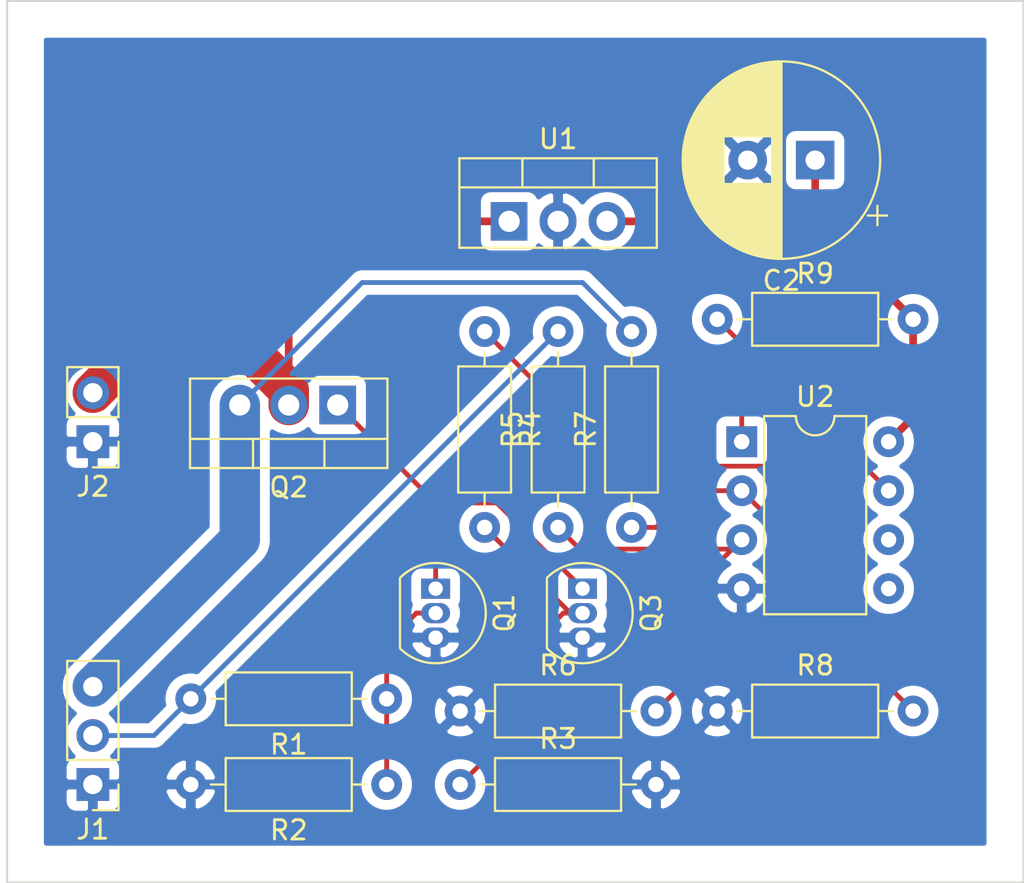
<source format=kicad_pcb>
(kicad_pcb (version 20171130) (host pcbnew 5.1.6~rc1+dfsg1-1)

  (general
    (thickness 1.6)
    (drawings 4)
    (tracks 53)
    (zones 0)
    (modules 17)
    (nets 15)
  )

  (page A4)
  (layers
    (0 F.Cu signal)
    (31 B.Cu signal)
    (32 B.Adhes user)
    (33 F.Adhes user)
    (34 B.Paste user)
    (35 F.Paste user)
    (36 B.SilkS user)
    (37 F.SilkS user)
    (38 B.Mask user)
    (39 F.Mask user)
    (40 Dwgs.User user)
    (41 Cmts.User user)
    (42 Eco1.User user)
    (43 Eco2.User user)
    (44 Edge.Cuts user)
    (45 Margin user)
    (46 B.CrtYd user)
    (47 F.CrtYd user)
    (48 B.Fab user)
    (49 F.Fab user)
  )

  (setup
    (last_trace_width 0.25)
    (user_trace_width 0.4)
    (trace_clearance 0.2)
    (zone_clearance 0.508)
    (zone_45_only no)
    (trace_min 0.2)
    (via_size 0.8)
    (via_drill 0.4)
    (via_min_size 0.4)
    (via_min_drill 0.3)
    (uvia_size 0.3)
    (uvia_drill 0.1)
    (uvias_allowed no)
    (uvia_min_size 0.2)
    (uvia_min_drill 0.1)
    (edge_width 0.05)
    (segment_width 0.2)
    (pcb_text_width 0.3)
    (pcb_text_size 1.5 1.5)
    (mod_edge_width 0.12)
    (mod_text_size 1 1)
    (mod_text_width 0.15)
    (pad_size 1.524 1.524)
    (pad_drill 0.762)
    (pad_to_mask_clearance 0.05)
    (aux_axis_origin 0 0)
    (visible_elements FFFFFF7F)
    (pcbplotparams
      (layerselection 0x010fc_ffffffff)
      (usegerberextensions false)
      (usegerberattributes true)
      (usegerberadvancedattributes true)
      (creategerberjobfile true)
      (excludeedgelayer true)
      (linewidth 0.100000)
      (plotframeref false)
      (viasonmask false)
      (mode 1)
      (useauxorigin false)
      (hpglpennumber 1)
      (hpglpenspeed 20)
      (hpglpendiameter 15.000000)
      (psnegative false)
      (psa4output false)
      (plotreference true)
      (plotvalue true)
      (plotinvisibletext false)
      (padsonsilk false)
      (subtractmaskfromsilk false)
      (outputformat 5)
      (mirror false)
      (drillshape 0)
      (scaleselection 1)
      (outputdirectory "/home/ryan/workspace/kicad/Radio-Power/Radio-Power/"))
  )

  (net 0 "")
  (net 1 "Net-(Q1-Pad1)")
  (net 2 GND)
  (net 3 "Net-(Q1-Pad2)")
  (net 4 "Net-(Q3-Pad2)")
  (net 5 5V)
  (net 6 "Net-(R4-Pad1)")
  (net 7 "Net-(R5-Pad1)")
  (net 8 "Net-(U2-Pad6)")
  (net 9 "Net-(R7-Pad1)")
  (net 10 "Net-(U2-Pad5)")
  (net 11 "Net-(R9-Pad1)")
  (net 12 Switched)
  (net 13 Bat+)
  (net 14 ACC)

  (net_class Default "This is the default net class."
    (clearance 0.2)
    (trace_width 0.25)
    (via_dia 0.8)
    (via_drill 0.4)
    (uvia_dia 0.3)
    (uvia_drill 0.1)
    (add_net ACC)
    (add_net GND)
    (add_net "Net-(Q1-Pad1)")
    (add_net "Net-(Q1-Pad2)")
    (add_net "Net-(Q3-Pad2)")
    (add_net "Net-(R4-Pad1)")
    (add_net "Net-(R5-Pad1)")
    (add_net "Net-(R7-Pad1)")
    (add_net "Net-(R9-Pad1)")
    (add_net "Net-(U2-Pad5)")
    (add_net "Net-(U2-Pad6)")
  )

  (net_class "12v Power" ""
    (clearance 0.3)
    (trace_width 2.1)
    (via_dia 2)
    (via_drill 0.4)
    (uvia_dia 0.3)
    (uvia_drill 0.1)
    (add_net Bat+)
    (add_net Switched)
  )

  (net_class "5v Power" ""
    (clearance 0.3)
    (trace_width 0.4)
    (via_dia 0.8)
    (via_drill 0.4)
    (uvia_dia 0.3)
    (uvia_drill 0.1)
    (add_net 5V)
  )

  (module Package_DIP:DIP-8_W7.62mm (layer F.Cu) (tedit 5A02E8C5) (tstamp 5EA273A7)
    (at 52.705 37.465)
    (descr "8-lead though-hole mounted DIP package, row spacing 7.62 mm (300 mils)")
    (tags "THT DIP DIL PDIP 2.54mm 7.62mm 300mil")
    (path /5EA52B5A)
    (fp_text reference U2 (at 3.81 -2.33) (layer F.SilkS)
      (effects (font (size 1 1) (thickness 0.15)))
    )
    (fp_text value ATtiny85-20PU (at 3.81 9.95) (layer F.Fab)
      (effects (font (size 1 1) (thickness 0.15)))
    )
    (fp_line (start 8.7 -1.55) (end -1.1 -1.55) (layer F.CrtYd) (width 0.05))
    (fp_line (start 8.7 9.15) (end 8.7 -1.55) (layer F.CrtYd) (width 0.05))
    (fp_line (start -1.1 9.15) (end 8.7 9.15) (layer F.CrtYd) (width 0.05))
    (fp_line (start -1.1 -1.55) (end -1.1 9.15) (layer F.CrtYd) (width 0.05))
    (fp_line (start 6.46 -1.33) (end 4.81 -1.33) (layer F.SilkS) (width 0.12))
    (fp_line (start 6.46 8.95) (end 6.46 -1.33) (layer F.SilkS) (width 0.12))
    (fp_line (start 1.16 8.95) (end 6.46 8.95) (layer F.SilkS) (width 0.12))
    (fp_line (start 1.16 -1.33) (end 1.16 8.95) (layer F.SilkS) (width 0.12))
    (fp_line (start 2.81 -1.33) (end 1.16 -1.33) (layer F.SilkS) (width 0.12))
    (fp_line (start 0.635 -0.27) (end 1.635 -1.27) (layer F.Fab) (width 0.1))
    (fp_line (start 0.635 8.89) (end 0.635 -0.27) (layer F.Fab) (width 0.1))
    (fp_line (start 6.985 8.89) (end 0.635 8.89) (layer F.Fab) (width 0.1))
    (fp_line (start 6.985 -1.27) (end 6.985 8.89) (layer F.Fab) (width 0.1))
    (fp_line (start 1.635 -1.27) (end 6.985 -1.27) (layer F.Fab) (width 0.1))
    (fp_text user %R (at 3.81 3.81) (layer F.Fab)
      (effects (font (size 1 1) (thickness 0.15)))
    )
    (fp_arc (start 3.81 -1.33) (end 2.81 -1.33) (angle -180) (layer F.SilkS) (width 0.12))
    (pad 8 thru_hole oval (at 7.62 0) (size 1.6 1.6) (drill 0.8) (layers *.Cu *.Mask)
      (net 5 5V))
    (pad 4 thru_hole oval (at 0 7.62) (size 1.6 1.6) (drill 0.8) (layers *.Cu *.Mask)
      (net 2 GND))
    (pad 7 thru_hole oval (at 7.62 2.54) (size 1.6 1.6) (drill 0.8) (layers *.Cu *.Mask)
      (net 6 "Net-(R4-Pad1)"))
    (pad 3 thru_hole oval (at 0 5.08) (size 1.6 1.6) (drill 0.8) (layers *.Cu *.Mask)
      (net 7 "Net-(R5-Pad1)"))
    (pad 6 thru_hole oval (at 7.62 5.08) (size 1.6 1.6) (drill 0.8) (layers *.Cu *.Mask)
      (net 8 "Net-(U2-Pad6)"))
    (pad 2 thru_hole oval (at 0 2.54) (size 1.6 1.6) (drill 0.8) (layers *.Cu *.Mask)
      (net 9 "Net-(R7-Pad1)"))
    (pad 5 thru_hole oval (at 7.62 7.62) (size 1.6 1.6) (drill 0.8) (layers *.Cu *.Mask)
      (net 10 "Net-(U2-Pad5)"))
    (pad 1 thru_hole rect (at 0 0) (size 1.6 1.6) (drill 0.8) (layers *.Cu *.Mask)
      (net 11 "Net-(R9-Pad1)"))
    (model ${KISYS3DMOD}/Package_DIP.3dshapes/DIP-8_W7.62mm.wrl
      (at (xyz 0 0 0))
      (scale (xyz 1 1 1))
      (rotate (xyz 0 0 0))
    )
  )

  (module Package_TO_SOT_THT:TO-220-3_Vertical (layer F.Cu) (tedit 5AC8BA0D) (tstamp 5EA2CD2C)
    (at 31.75 35.56 180)
    (descr "TO-220-3, Vertical, RM 2.54mm, see https://www.vishay.com/docs/66542/to-220-1.pdf")
    (tags "TO-220-3 Vertical RM 2.54mm")
    (path /5EA1FD01)
    (fp_text reference Q2 (at 2.54 -4.27) (layer F.SilkS)
      (effects (font (size 1 1) (thickness 0.15)))
    )
    (fp_text value FQP27P06 (at 2.54 2.5) (layer F.Fab)
      (effects (font (size 1 1) (thickness 0.15)))
    )
    (fp_line (start 7.79 -3.4) (end -2.71 -3.4) (layer F.CrtYd) (width 0.05))
    (fp_line (start 7.79 1.51) (end 7.79 -3.4) (layer F.CrtYd) (width 0.05))
    (fp_line (start -2.71 1.51) (end 7.79 1.51) (layer F.CrtYd) (width 0.05))
    (fp_line (start -2.71 -3.4) (end -2.71 1.51) (layer F.CrtYd) (width 0.05))
    (fp_line (start 4.391 -3.27) (end 4.391 -1.76) (layer F.SilkS) (width 0.12))
    (fp_line (start 0.69 -3.27) (end 0.69 -1.76) (layer F.SilkS) (width 0.12))
    (fp_line (start -2.58 -1.76) (end 7.66 -1.76) (layer F.SilkS) (width 0.12))
    (fp_line (start 7.66 -3.27) (end 7.66 1.371) (layer F.SilkS) (width 0.12))
    (fp_line (start -2.58 -3.27) (end -2.58 1.371) (layer F.SilkS) (width 0.12))
    (fp_line (start -2.58 1.371) (end 7.66 1.371) (layer F.SilkS) (width 0.12))
    (fp_line (start -2.58 -3.27) (end 7.66 -3.27) (layer F.SilkS) (width 0.12))
    (fp_line (start 4.39 -3.15) (end 4.39 -1.88) (layer F.Fab) (width 0.1))
    (fp_line (start 0.69 -3.15) (end 0.69 -1.88) (layer F.Fab) (width 0.1))
    (fp_line (start -2.46 -1.88) (end 7.54 -1.88) (layer F.Fab) (width 0.1))
    (fp_line (start 7.54 -3.15) (end -2.46 -3.15) (layer F.Fab) (width 0.1))
    (fp_line (start 7.54 1.25) (end 7.54 -3.15) (layer F.Fab) (width 0.1))
    (fp_line (start -2.46 1.25) (end 7.54 1.25) (layer F.Fab) (width 0.1))
    (fp_line (start -2.46 -3.15) (end -2.46 1.25) (layer F.Fab) (width 0.1))
    (fp_text user %R (at 2.54 -4.27) (layer F.Fab)
      (effects (font (size 1 1) (thickness 0.15)))
    )
    (pad 3 thru_hole oval (at 5.08 0 180) (size 1.905 2) (drill 1.1) (layers *.Cu *.Mask)
      (net 13 Bat+))
    (pad 2 thru_hole oval (at 2.54 0 180) (size 1.905 2) (drill 1.1) (layers *.Cu *.Mask)
      (net 12 Switched))
    (pad 1 thru_hole rect (at 0 0 180) (size 1.905 2) (drill 1.1) (layers *.Cu *.Mask)
      (net 1 "Net-(Q1-Pad1)"))
    (model ${KISYS3DMOD}/Package_TO_SOT_THT.3dshapes/TO-220-3_Vertical.wrl
      (at (xyz 0 0 0))
      (scale (xyz 1 1 1))
      (rotate (xyz 0 0 0))
    )
  )

  (module Resistor_THT:R_Axial_DIN0207_L6.3mm_D2.5mm_P10.16mm_Horizontal (layer F.Cu) (tedit 5AE5139B) (tstamp 5EA2D78E)
    (at 51.435 31.115)
    (descr "Resistor, Axial_DIN0207 series, Axial, Horizontal, pin pitch=10.16mm, 0.25W = 1/4W, length*diameter=6.3*2.5mm^2, http://cdn-reichelt.de/documents/datenblatt/B400/1_4W%23YAG.pdf")
    (tags "Resistor Axial_DIN0207 series Axial Horizontal pin pitch 10.16mm 0.25W = 1/4W length 6.3mm diameter 2.5mm")
    (path /5EA69B9E)
    (fp_text reference R9 (at 5.08 -2.37) (layer F.SilkS)
      (effects (font (size 1 1) (thickness 0.15)))
    )
    (fp_text value 10K (at 5.08 2.37) (layer F.Fab)
      (effects (font (size 1 1) (thickness 0.15)))
    )
    (fp_line (start 11.21 -1.5) (end -1.05 -1.5) (layer F.CrtYd) (width 0.05))
    (fp_line (start 11.21 1.5) (end 11.21 -1.5) (layer F.CrtYd) (width 0.05))
    (fp_line (start -1.05 1.5) (end 11.21 1.5) (layer F.CrtYd) (width 0.05))
    (fp_line (start -1.05 -1.5) (end -1.05 1.5) (layer F.CrtYd) (width 0.05))
    (fp_line (start 9.12 0) (end 8.35 0) (layer F.SilkS) (width 0.12))
    (fp_line (start 1.04 0) (end 1.81 0) (layer F.SilkS) (width 0.12))
    (fp_line (start 8.35 -1.37) (end 1.81 -1.37) (layer F.SilkS) (width 0.12))
    (fp_line (start 8.35 1.37) (end 8.35 -1.37) (layer F.SilkS) (width 0.12))
    (fp_line (start 1.81 1.37) (end 8.35 1.37) (layer F.SilkS) (width 0.12))
    (fp_line (start 1.81 -1.37) (end 1.81 1.37) (layer F.SilkS) (width 0.12))
    (fp_line (start 10.16 0) (end 8.23 0) (layer F.Fab) (width 0.1))
    (fp_line (start 0 0) (end 1.93 0) (layer F.Fab) (width 0.1))
    (fp_line (start 8.23 -1.25) (end 1.93 -1.25) (layer F.Fab) (width 0.1))
    (fp_line (start 8.23 1.25) (end 8.23 -1.25) (layer F.Fab) (width 0.1))
    (fp_line (start 1.93 1.25) (end 8.23 1.25) (layer F.Fab) (width 0.1))
    (fp_line (start 1.93 -1.25) (end 1.93 1.25) (layer F.Fab) (width 0.1))
    (fp_text user %R (at 5.08 0) (layer F.Fab)
      (effects (font (size 1 1) (thickness 0.15)))
    )
    (pad 2 thru_hole oval (at 10.16 0) (size 1.6 1.6) (drill 0.8) (layers *.Cu *.Mask)
      (net 5 5V))
    (pad 1 thru_hole circle (at 0 0) (size 1.6 1.6) (drill 0.8) (layers *.Cu *.Mask)
      (net 11 "Net-(R9-Pad1)"))
    (model ${KISYS3DMOD}/Resistor_THT.3dshapes/R_Axial_DIN0207_L6.3mm_D2.5mm_P10.16mm_Horizontal.wrl
      (at (xyz 0 0 0))
      (scale (xyz 1 1 1))
      (rotate (xyz 0 0 0))
    )
  )

  (module Resistor_THT:R_Axial_DIN0207_L6.3mm_D2.5mm_P10.16mm_Horizontal (layer F.Cu) (tedit 5AE5139B) (tstamp 5EA31794)
    (at 51.435 51.435)
    (descr "Resistor, Axial_DIN0207 series, Axial, Horizontal, pin pitch=10.16mm, 0.25W = 1/4W, length*diameter=6.3*2.5mm^2, http://cdn-reichelt.de/documents/datenblatt/B400/1_4W%23YAG.pdf")
    (tags "Resistor Axial_DIN0207 series Axial Horizontal pin pitch 10.16mm 0.25W = 1/4W length 6.3mm diameter 2.5mm")
    (path /5EA5694E)
    (fp_text reference R8 (at 5.08 -2.37) (layer F.SilkS)
      (effects (font (size 1 1) (thickness 0.15)))
    )
    (fp_text value 1.5K (at 5.08 2.37) (layer F.Fab)
      (effects (font (size 1 1) (thickness 0.15)))
    )
    (fp_line (start 11.21 -1.5) (end -1.05 -1.5) (layer F.CrtYd) (width 0.05))
    (fp_line (start 11.21 1.5) (end 11.21 -1.5) (layer F.CrtYd) (width 0.05))
    (fp_line (start -1.05 1.5) (end 11.21 1.5) (layer F.CrtYd) (width 0.05))
    (fp_line (start -1.05 -1.5) (end -1.05 1.5) (layer F.CrtYd) (width 0.05))
    (fp_line (start 9.12 0) (end 8.35 0) (layer F.SilkS) (width 0.12))
    (fp_line (start 1.04 0) (end 1.81 0) (layer F.SilkS) (width 0.12))
    (fp_line (start 8.35 -1.37) (end 1.81 -1.37) (layer F.SilkS) (width 0.12))
    (fp_line (start 8.35 1.37) (end 8.35 -1.37) (layer F.SilkS) (width 0.12))
    (fp_line (start 1.81 1.37) (end 8.35 1.37) (layer F.SilkS) (width 0.12))
    (fp_line (start 1.81 -1.37) (end 1.81 1.37) (layer F.SilkS) (width 0.12))
    (fp_line (start 10.16 0) (end 8.23 0) (layer F.Fab) (width 0.1))
    (fp_line (start 0 0) (end 1.93 0) (layer F.Fab) (width 0.1))
    (fp_line (start 8.23 -1.25) (end 1.93 -1.25) (layer F.Fab) (width 0.1))
    (fp_line (start 8.23 1.25) (end 8.23 -1.25) (layer F.Fab) (width 0.1))
    (fp_line (start 1.93 1.25) (end 8.23 1.25) (layer F.Fab) (width 0.1))
    (fp_line (start 1.93 -1.25) (end 1.93 1.25) (layer F.Fab) (width 0.1))
    (fp_text user %R (at 5.08 0) (layer F.Fab)
      (effects (font (size 1 1) (thickness 0.15)))
    )
    (pad 2 thru_hole oval (at 10.16 0) (size 1.6 1.6) (drill 0.8) (layers *.Cu *.Mask)
      (net 9 "Net-(R7-Pad1)"))
    (pad 1 thru_hole circle (at 0 0) (size 1.6 1.6) (drill 0.8) (layers *.Cu *.Mask)
      (net 2 GND))
    (model ${KISYS3DMOD}/Resistor_THT.3dshapes/R_Axial_DIN0207_L6.3mm_D2.5mm_P10.16mm_Horizontal.wrl
      (at (xyz 0 0 0))
      (scale (xyz 1 1 1))
      (rotate (xyz 0 0 0))
    )
  )

  (module Resistor_THT:R_Axial_DIN0207_L6.3mm_D2.5mm_P10.16mm_Horizontal (layer F.Cu) (tedit 5AE5139B) (tstamp 5EA2D760)
    (at 46.99 41.91 90)
    (descr "Resistor, Axial_DIN0207 series, Axial, Horizontal, pin pitch=10.16mm, 0.25W = 1/4W, length*diameter=6.3*2.5mm^2, http://cdn-reichelt.de/documents/datenblatt/B400/1_4W%23YAG.pdf")
    (tags "Resistor Axial_DIN0207 series Axial Horizontal pin pitch 10.16mm 0.25W = 1/4W length 6.3mm diameter 2.5mm")
    (path /5EA562A8)
    (fp_text reference R7 (at 5.08 -2.37 90) (layer F.SilkS)
      (effects (font (size 1 1) (thickness 0.15)))
    )
    (fp_text value 4.7K (at 5.08 2.37 90) (layer F.Fab)
      (effects (font (size 1 1) (thickness 0.15)))
    )
    (fp_line (start 11.21 -1.5) (end -1.05 -1.5) (layer F.CrtYd) (width 0.05))
    (fp_line (start 11.21 1.5) (end 11.21 -1.5) (layer F.CrtYd) (width 0.05))
    (fp_line (start -1.05 1.5) (end 11.21 1.5) (layer F.CrtYd) (width 0.05))
    (fp_line (start -1.05 -1.5) (end -1.05 1.5) (layer F.CrtYd) (width 0.05))
    (fp_line (start 9.12 0) (end 8.35 0) (layer F.SilkS) (width 0.12))
    (fp_line (start 1.04 0) (end 1.81 0) (layer F.SilkS) (width 0.12))
    (fp_line (start 8.35 -1.37) (end 1.81 -1.37) (layer F.SilkS) (width 0.12))
    (fp_line (start 8.35 1.37) (end 8.35 -1.37) (layer F.SilkS) (width 0.12))
    (fp_line (start 1.81 1.37) (end 8.35 1.37) (layer F.SilkS) (width 0.12))
    (fp_line (start 1.81 -1.37) (end 1.81 1.37) (layer F.SilkS) (width 0.12))
    (fp_line (start 10.16 0) (end 8.23 0) (layer F.Fab) (width 0.1))
    (fp_line (start 0 0) (end 1.93 0) (layer F.Fab) (width 0.1))
    (fp_line (start 8.23 -1.25) (end 1.93 -1.25) (layer F.Fab) (width 0.1))
    (fp_line (start 8.23 1.25) (end 8.23 -1.25) (layer F.Fab) (width 0.1))
    (fp_line (start 1.93 1.25) (end 8.23 1.25) (layer F.Fab) (width 0.1))
    (fp_line (start 1.93 -1.25) (end 1.93 1.25) (layer F.Fab) (width 0.1))
    (fp_text user %R (at 5.08 0 90) (layer F.Fab)
      (effects (font (size 1 1) (thickness 0.15)))
    )
    (pad 2 thru_hole oval (at 10.16 0 90) (size 1.6 1.6) (drill 0.8) (layers *.Cu *.Mask)
      (net 13 Bat+))
    (pad 1 thru_hole circle (at 0 0 90) (size 1.6 1.6) (drill 0.8) (layers *.Cu *.Mask)
      (net 9 "Net-(R7-Pad1)"))
    (model ${KISYS3DMOD}/Resistor_THT.3dshapes/R_Axial_DIN0207_L6.3mm_D2.5mm_P10.16mm_Horizontal.wrl
      (at (xyz 0 0 0))
      (scale (xyz 1 1 1))
      (rotate (xyz 0 0 0))
    )
  )

  (module Resistor_THT:R_Axial_DIN0207_L6.3mm_D2.5mm_P10.16mm_Horizontal (layer F.Cu) (tedit 5AE5139B) (tstamp 5EA2D749)
    (at 38.1 51.435)
    (descr "Resistor, Axial_DIN0207 series, Axial, Horizontal, pin pitch=10.16mm, 0.25W = 1/4W, length*diameter=6.3*2.5mm^2, http://cdn-reichelt.de/documents/datenblatt/B400/1_4W%23YAG.pdf")
    (tags "Resistor Axial_DIN0207 series Axial Horizontal pin pitch 10.16mm 0.25W = 1/4W length 6.3mm diameter 2.5mm")
    (path /5EA570DD)
    (fp_text reference R6 (at 5.08 -2.37) (layer F.SilkS)
      (effects (font (size 1 1) (thickness 0.15)))
    )
    (fp_text value 1.5K (at 5.08 2.37) (layer F.Fab)
      (effects (font (size 1 1) (thickness 0.15)))
    )
    (fp_line (start 11.21 -1.5) (end -1.05 -1.5) (layer F.CrtYd) (width 0.05))
    (fp_line (start 11.21 1.5) (end 11.21 -1.5) (layer F.CrtYd) (width 0.05))
    (fp_line (start -1.05 1.5) (end 11.21 1.5) (layer F.CrtYd) (width 0.05))
    (fp_line (start -1.05 -1.5) (end -1.05 1.5) (layer F.CrtYd) (width 0.05))
    (fp_line (start 9.12 0) (end 8.35 0) (layer F.SilkS) (width 0.12))
    (fp_line (start 1.04 0) (end 1.81 0) (layer F.SilkS) (width 0.12))
    (fp_line (start 8.35 -1.37) (end 1.81 -1.37) (layer F.SilkS) (width 0.12))
    (fp_line (start 8.35 1.37) (end 8.35 -1.37) (layer F.SilkS) (width 0.12))
    (fp_line (start 1.81 1.37) (end 8.35 1.37) (layer F.SilkS) (width 0.12))
    (fp_line (start 1.81 -1.37) (end 1.81 1.37) (layer F.SilkS) (width 0.12))
    (fp_line (start 10.16 0) (end 8.23 0) (layer F.Fab) (width 0.1))
    (fp_line (start 0 0) (end 1.93 0) (layer F.Fab) (width 0.1))
    (fp_line (start 8.23 -1.25) (end 1.93 -1.25) (layer F.Fab) (width 0.1))
    (fp_line (start 8.23 1.25) (end 8.23 -1.25) (layer F.Fab) (width 0.1))
    (fp_line (start 1.93 1.25) (end 8.23 1.25) (layer F.Fab) (width 0.1))
    (fp_line (start 1.93 -1.25) (end 1.93 1.25) (layer F.Fab) (width 0.1))
    (fp_text user %R (at 5.08 0) (layer F.Fab)
      (effects (font (size 1 1) (thickness 0.15)))
    )
    (pad 2 thru_hole oval (at 10.16 0) (size 1.6 1.6) (drill 0.8) (layers *.Cu *.Mask)
      (net 7 "Net-(R5-Pad1)"))
    (pad 1 thru_hole circle (at 0 0) (size 1.6 1.6) (drill 0.8) (layers *.Cu *.Mask)
      (net 2 GND))
    (model ${KISYS3DMOD}/Resistor_THT.3dshapes/R_Axial_DIN0207_L6.3mm_D2.5mm_P10.16mm_Horizontal.wrl
      (at (xyz 0 0 0))
      (scale (xyz 1 1 1))
      (rotate (xyz 0 0 0))
    )
  )

  (module Resistor_THT:R_Axial_DIN0207_L6.3mm_D2.5mm_P10.16mm_Horizontal (layer F.Cu) (tedit 5AE5139B) (tstamp 5EA2D732)
    (at 43.18 41.91 90)
    (descr "Resistor, Axial_DIN0207 series, Axial, Horizontal, pin pitch=10.16mm, 0.25W = 1/4W, length*diameter=6.3*2.5mm^2, http://cdn-reichelt.de/documents/datenblatt/B400/1_4W%23YAG.pdf")
    (tags "Resistor Axial_DIN0207 series Axial Horizontal pin pitch 10.16mm 0.25W = 1/4W length 6.3mm diameter 2.5mm")
    (path /5EA56DEC)
    (fp_text reference R5 (at 5.08 -2.37 90) (layer F.SilkS)
      (effects (font (size 1 1) (thickness 0.15)))
    )
    (fp_text value 4.7K (at 5.08 2.37 90) (layer F.Fab)
      (effects (font (size 1 1) (thickness 0.15)))
    )
    (fp_line (start 11.21 -1.5) (end -1.05 -1.5) (layer F.CrtYd) (width 0.05))
    (fp_line (start 11.21 1.5) (end 11.21 -1.5) (layer F.CrtYd) (width 0.05))
    (fp_line (start -1.05 1.5) (end 11.21 1.5) (layer F.CrtYd) (width 0.05))
    (fp_line (start -1.05 -1.5) (end -1.05 1.5) (layer F.CrtYd) (width 0.05))
    (fp_line (start 9.12 0) (end 8.35 0) (layer F.SilkS) (width 0.12))
    (fp_line (start 1.04 0) (end 1.81 0) (layer F.SilkS) (width 0.12))
    (fp_line (start 8.35 -1.37) (end 1.81 -1.37) (layer F.SilkS) (width 0.12))
    (fp_line (start 8.35 1.37) (end 8.35 -1.37) (layer F.SilkS) (width 0.12))
    (fp_line (start 1.81 1.37) (end 8.35 1.37) (layer F.SilkS) (width 0.12))
    (fp_line (start 1.81 -1.37) (end 1.81 1.37) (layer F.SilkS) (width 0.12))
    (fp_line (start 10.16 0) (end 8.23 0) (layer F.Fab) (width 0.1))
    (fp_line (start 0 0) (end 1.93 0) (layer F.Fab) (width 0.1))
    (fp_line (start 8.23 -1.25) (end 1.93 -1.25) (layer F.Fab) (width 0.1))
    (fp_line (start 8.23 1.25) (end 8.23 -1.25) (layer F.Fab) (width 0.1))
    (fp_line (start 1.93 1.25) (end 8.23 1.25) (layer F.Fab) (width 0.1))
    (fp_line (start 1.93 -1.25) (end 1.93 1.25) (layer F.Fab) (width 0.1))
    (fp_text user %R (at 5.08 0 90) (layer F.Fab)
      (effects (font (size 1 1) (thickness 0.15)))
    )
    (pad 2 thru_hole oval (at 10.16 0 90) (size 1.6 1.6) (drill 0.8) (layers *.Cu *.Mask)
      (net 14 ACC))
    (pad 1 thru_hole circle (at 0 0 90) (size 1.6 1.6) (drill 0.8) (layers *.Cu *.Mask)
      (net 7 "Net-(R5-Pad1)"))
    (model ${KISYS3DMOD}/Resistor_THT.3dshapes/R_Axial_DIN0207_L6.3mm_D2.5mm_P10.16mm_Horizontal.wrl
      (at (xyz 0 0 0))
      (scale (xyz 1 1 1))
      (rotate (xyz 0 0 0))
    )
  )

  (module Resistor_THT:R_Axial_DIN0207_L6.3mm_D2.5mm_P10.16mm_Horizontal (layer F.Cu) (tedit 5AE5139B) (tstamp 5EA2D71B)
    (at 39.37 31.75 270)
    (descr "Resistor, Axial_DIN0207 series, Axial, Horizontal, pin pitch=10.16mm, 0.25W = 1/4W, length*diameter=6.3*2.5mm^2, http://cdn-reichelt.de/documents/datenblatt/B400/1_4W%23YAG.pdf")
    (tags "Resistor Axial_DIN0207 series Axial Horizontal pin pitch 10.16mm 0.25W = 1/4W length 6.3mm diameter 2.5mm")
    (path /5EA35054)
    (fp_text reference R4 (at 5.08 -2.37 90) (layer F.SilkS)
      (effects (font (size 1 1) (thickness 0.15)))
    )
    (fp_text value 100 (at 5.08 2.37 90) (layer F.Fab)
      (effects (font (size 1 1) (thickness 0.15)))
    )
    (fp_line (start 11.21 -1.5) (end -1.05 -1.5) (layer F.CrtYd) (width 0.05))
    (fp_line (start 11.21 1.5) (end 11.21 -1.5) (layer F.CrtYd) (width 0.05))
    (fp_line (start -1.05 1.5) (end 11.21 1.5) (layer F.CrtYd) (width 0.05))
    (fp_line (start -1.05 -1.5) (end -1.05 1.5) (layer F.CrtYd) (width 0.05))
    (fp_line (start 9.12 0) (end 8.35 0) (layer F.SilkS) (width 0.12))
    (fp_line (start 1.04 0) (end 1.81 0) (layer F.SilkS) (width 0.12))
    (fp_line (start 8.35 -1.37) (end 1.81 -1.37) (layer F.SilkS) (width 0.12))
    (fp_line (start 8.35 1.37) (end 8.35 -1.37) (layer F.SilkS) (width 0.12))
    (fp_line (start 1.81 1.37) (end 8.35 1.37) (layer F.SilkS) (width 0.12))
    (fp_line (start 1.81 -1.37) (end 1.81 1.37) (layer F.SilkS) (width 0.12))
    (fp_line (start 10.16 0) (end 8.23 0) (layer F.Fab) (width 0.1))
    (fp_line (start 0 0) (end 1.93 0) (layer F.Fab) (width 0.1))
    (fp_line (start 8.23 -1.25) (end 1.93 -1.25) (layer F.Fab) (width 0.1))
    (fp_line (start 8.23 1.25) (end 8.23 -1.25) (layer F.Fab) (width 0.1))
    (fp_line (start 1.93 1.25) (end 8.23 1.25) (layer F.Fab) (width 0.1))
    (fp_line (start 1.93 -1.25) (end 1.93 1.25) (layer F.Fab) (width 0.1))
    (fp_text user %R (at 5.08 0 90) (layer F.Fab)
      (effects (font (size 1 1) (thickness 0.15)))
    )
    (pad 2 thru_hole oval (at 10.16 0 270) (size 1.6 1.6) (drill 0.8) (layers *.Cu *.Mask)
      (net 4 "Net-(Q3-Pad2)"))
    (pad 1 thru_hole circle (at 0 0 270) (size 1.6 1.6) (drill 0.8) (layers *.Cu *.Mask)
      (net 6 "Net-(R4-Pad1)"))
    (model ${KISYS3DMOD}/Resistor_THT.3dshapes/R_Axial_DIN0207_L6.3mm_D2.5mm_P10.16mm_Horizontal.wrl
      (at (xyz 0 0 0))
      (scale (xyz 1 1 1))
      (rotate (xyz 0 0 0))
    )
  )

  (module Resistor_THT:R_Axial_DIN0207_L6.3mm_D2.5mm_P10.16mm_Horizontal (layer F.Cu) (tedit 5AE5139B) (tstamp 5EA31AFF)
    (at 38.1 55.245)
    (descr "Resistor, Axial_DIN0207 series, Axial, Horizontal, pin pitch=10.16mm, 0.25W = 1/4W, length*diameter=6.3*2.5mm^2, http://cdn-reichelt.de/documents/datenblatt/B400/1_4W%23YAG.pdf")
    (tags "Resistor Axial_DIN0207 series Axial Horizontal pin pitch 10.16mm 0.25W = 1/4W length 6.3mm diameter 2.5mm")
    (path /5EA345BE)
    (fp_text reference R3 (at 5.08 -2.37) (layer F.SilkS)
      (effects (font (size 1 1) (thickness 0.15)))
    )
    (fp_text value 10K (at 5.08 2.37) (layer F.Fab)
      (effects (font (size 1 1) (thickness 0.15)))
    )
    (fp_line (start 11.21 -1.5) (end -1.05 -1.5) (layer F.CrtYd) (width 0.05))
    (fp_line (start 11.21 1.5) (end 11.21 -1.5) (layer F.CrtYd) (width 0.05))
    (fp_line (start -1.05 1.5) (end 11.21 1.5) (layer F.CrtYd) (width 0.05))
    (fp_line (start -1.05 -1.5) (end -1.05 1.5) (layer F.CrtYd) (width 0.05))
    (fp_line (start 9.12 0) (end 8.35 0) (layer F.SilkS) (width 0.12))
    (fp_line (start 1.04 0) (end 1.81 0) (layer F.SilkS) (width 0.12))
    (fp_line (start 8.35 -1.37) (end 1.81 -1.37) (layer F.SilkS) (width 0.12))
    (fp_line (start 8.35 1.37) (end 8.35 -1.37) (layer F.SilkS) (width 0.12))
    (fp_line (start 1.81 1.37) (end 8.35 1.37) (layer F.SilkS) (width 0.12))
    (fp_line (start 1.81 -1.37) (end 1.81 1.37) (layer F.SilkS) (width 0.12))
    (fp_line (start 10.16 0) (end 8.23 0) (layer F.Fab) (width 0.1))
    (fp_line (start 0 0) (end 1.93 0) (layer F.Fab) (width 0.1))
    (fp_line (start 8.23 -1.25) (end 1.93 -1.25) (layer F.Fab) (width 0.1))
    (fp_line (start 8.23 1.25) (end 8.23 -1.25) (layer F.Fab) (width 0.1))
    (fp_line (start 1.93 1.25) (end 8.23 1.25) (layer F.Fab) (width 0.1))
    (fp_line (start 1.93 -1.25) (end 1.93 1.25) (layer F.Fab) (width 0.1))
    (fp_text user %R (at 5.08 0) (layer F.Fab)
      (effects (font (size 1 1) (thickness 0.15)))
    )
    (pad 2 thru_hole oval (at 10.16 0) (size 1.6 1.6) (drill 0.8) (layers *.Cu *.Mask)
      (net 2 GND))
    (pad 1 thru_hole circle (at 0 0) (size 1.6 1.6) (drill 0.8) (layers *.Cu *.Mask)
      (net 4 "Net-(Q3-Pad2)"))
    (model ${KISYS3DMOD}/Resistor_THT.3dshapes/R_Axial_DIN0207_L6.3mm_D2.5mm_P10.16mm_Horizontal.wrl
      (at (xyz 0 0 0))
      (scale (xyz 1 1 1))
      (rotate (xyz 0 0 0))
    )
  )

  (module Resistor_THT:R_Axial_DIN0207_L6.3mm_D2.5mm_P10.16mm_Horizontal (layer F.Cu) (tedit 5AE5139B) (tstamp 5EA34A6A)
    (at 34.29 55.245 180)
    (descr "Resistor, Axial_DIN0207 series, Axial, Horizontal, pin pitch=10.16mm, 0.25W = 1/4W, length*diameter=6.3*2.5mm^2, http://cdn-reichelt.de/documents/datenblatt/B400/1_4W%23YAG.pdf")
    (tags "Resistor Axial_DIN0207 series Axial Horizontal pin pitch 10.16mm 0.25W = 1/4W length 6.3mm diameter 2.5mm")
    (path /5EA3560A)
    (fp_text reference R2 (at 5.08 -2.37) (layer F.SilkS)
      (effects (font (size 1 1) (thickness 0.15)))
    )
    (fp_text value 10K (at 5.08 2.37) (layer F.Fab)
      (effects (font (size 1 1) (thickness 0.15)))
    )
    (fp_line (start 11.21 -1.5) (end -1.05 -1.5) (layer F.CrtYd) (width 0.05))
    (fp_line (start 11.21 1.5) (end 11.21 -1.5) (layer F.CrtYd) (width 0.05))
    (fp_line (start -1.05 1.5) (end 11.21 1.5) (layer F.CrtYd) (width 0.05))
    (fp_line (start -1.05 -1.5) (end -1.05 1.5) (layer F.CrtYd) (width 0.05))
    (fp_line (start 9.12 0) (end 8.35 0) (layer F.SilkS) (width 0.12))
    (fp_line (start 1.04 0) (end 1.81 0) (layer F.SilkS) (width 0.12))
    (fp_line (start 8.35 -1.37) (end 1.81 -1.37) (layer F.SilkS) (width 0.12))
    (fp_line (start 8.35 1.37) (end 8.35 -1.37) (layer F.SilkS) (width 0.12))
    (fp_line (start 1.81 1.37) (end 8.35 1.37) (layer F.SilkS) (width 0.12))
    (fp_line (start 1.81 -1.37) (end 1.81 1.37) (layer F.SilkS) (width 0.12))
    (fp_line (start 10.16 0) (end 8.23 0) (layer F.Fab) (width 0.1))
    (fp_line (start 0 0) (end 1.93 0) (layer F.Fab) (width 0.1))
    (fp_line (start 8.23 -1.25) (end 1.93 -1.25) (layer F.Fab) (width 0.1))
    (fp_line (start 8.23 1.25) (end 8.23 -1.25) (layer F.Fab) (width 0.1))
    (fp_line (start 1.93 1.25) (end 8.23 1.25) (layer F.Fab) (width 0.1))
    (fp_line (start 1.93 -1.25) (end 1.93 1.25) (layer F.Fab) (width 0.1))
    (fp_text user %R (at 5.08 0) (layer F.Fab)
      (effects (font (size 1 1) (thickness 0.15)))
    )
    (pad 2 thru_hole oval (at 10.16 0 180) (size 1.6 1.6) (drill 0.8) (layers *.Cu *.Mask)
      (net 2 GND))
    (pad 1 thru_hole circle (at 0 0 180) (size 1.6 1.6) (drill 0.8) (layers *.Cu *.Mask)
      (net 3 "Net-(Q1-Pad2)"))
    (model ${KISYS3DMOD}/Resistor_THT.3dshapes/R_Axial_DIN0207_L6.3mm_D2.5mm_P10.16mm_Horizontal.wrl
      (at (xyz 0 0 0))
      (scale (xyz 1 1 1))
      (rotate (xyz 0 0 0))
    )
  )

  (module Resistor_THT:R_Axial_DIN0207_L6.3mm_D2.5mm_P10.16mm_Horizontal (layer F.Cu) (tedit 5AE5139B) (tstamp 5EA2D6D6)
    (at 34.29 50.8 180)
    (descr "Resistor, Axial_DIN0207 series, Axial, Horizontal, pin pitch=10.16mm, 0.25W = 1/4W, length*diameter=6.3*2.5mm^2, http://cdn-reichelt.de/documents/datenblatt/B400/1_4W%23YAG.pdf")
    (tags "Resistor Axial_DIN0207 series Axial Horizontal pin pitch 10.16mm 0.25W = 1/4W length 6.3mm diameter 2.5mm")
    (path /5EA35C32)
    (fp_text reference R1 (at 5.08 -2.37) (layer F.SilkS)
      (effects (font (size 1 1) (thickness 0.15)))
    )
    (fp_text value 100 (at 5.08 2.37) (layer F.Fab)
      (effects (font (size 1 1) (thickness 0.15)))
    )
    (fp_line (start 11.21 -1.5) (end -1.05 -1.5) (layer F.CrtYd) (width 0.05))
    (fp_line (start 11.21 1.5) (end 11.21 -1.5) (layer F.CrtYd) (width 0.05))
    (fp_line (start -1.05 1.5) (end 11.21 1.5) (layer F.CrtYd) (width 0.05))
    (fp_line (start -1.05 -1.5) (end -1.05 1.5) (layer F.CrtYd) (width 0.05))
    (fp_line (start 9.12 0) (end 8.35 0) (layer F.SilkS) (width 0.12))
    (fp_line (start 1.04 0) (end 1.81 0) (layer F.SilkS) (width 0.12))
    (fp_line (start 8.35 -1.37) (end 1.81 -1.37) (layer F.SilkS) (width 0.12))
    (fp_line (start 8.35 1.37) (end 8.35 -1.37) (layer F.SilkS) (width 0.12))
    (fp_line (start 1.81 1.37) (end 8.35 1.37) (layer F.SilkS) (width 0.12))
    (fp_line (start 1.81 -1.37) (end 1.81 1.37) (layer F.SilkS) (width 0.12))
    (fp_line (start 10.16 0) (end 8.23 0) (layer F.Fab) (width 0.1))
    (fp_line (start 0 0) (end 1.93 0) (layer F.Fab) (width 0.1))
    (fp_line (start 8.23 -1.25) (end 1.93 -1.25) (layer F.Fab) (width 0.1))
    (fp_line (start 8.23 1.25) (end 8.23 -1.25) (layer F.Fab) (width 0.1))
    (fp_line (start 1.93 1.25) (end 8.23 1.25) (layer F.Fab) (width 0.1))
    (fp_line (start 1.93 -1.25) (end 1.93 1.25) (layer F.Fab) (width 0.1))
    (fp_text user %R (at 5.08 0) (layer F.Fab)
      (effects (font (size 1 1) (thickness 0.15)))
    )
    (pad 2 thru_hole oval (at 10.16 0 180) (size 1.6 1.6) (drill 0.8) (layers *.Cu *.Mask)
      (net 14 ACC))
    (pad 1 thru_hole circle (at 0 0 180) (size 1.6 1.6) (drill 0.8) (layers *.Cu *.Mask)
      (net 3 "Net-(Q1-Pad2)"))
    (model ${KISYS3DMOD}/Resistor_THT.3dshapes/R_Axial_DIN0207_L6.3mm_D2.5mm_P10.16mm_Horizontal.wrl
      (at (xyz 0 0 0))
      (scale (xyz 1 1 1))
      (rotate (xyz 0 0 0))
    )
  )

  (module Connector_PinHeader_2.54mm:PinHeader_1x02_P2.54mm_Vertical (layer F.Cu) (tedit 59FED5CC) (tstamp 5EA2D649)
    (at 19.05 37.465 180)
    (descr "Through hole straight pin header, 1x02, 2.54mm pitch, single row")
    (tags "Through hole pin header THT 1x02 2.54mm single row")
    (path /5EA254B9)
    (fp_text reference J2 (at 0 -2.33) (layer F.SilkS)
      (effects (font (size 1 1) (thickness 0.15)))
    )
    (fp_text value "Radio Power" (at 0 4.87) (layer F.Fab)
      (effects (font (size 1 1) (thickness 0.15)))
    )
    (fp_line (start 1.8 -1.8) (end -1.8 -1.8) (layer F.CrtYd) (width 0.05))
    (fp_line (start 1.8 4.35) (end 1.8 -1.8) (layer F.CrtYd) (width 0.05))
    (fp_line (start -1.8 4.35) (end 1.8 4.35) (layer F.CrtYd) (width 0.05))
    (fp_line (start -1.8 -1.8) (end -1.8 4.35) (layer F.CrtYd) (width 0.05))
    (fp_line (start -1.33 -1.33) (end 0 -1.33) (layer F.SilkS) (width 0.12))
    (fp_line (start -1.33 0) (end -1.33 -1.33) (layer F.SilkS) (width 0.12))
    (fp_line (start -1.33 1.27) (end 1.33 1.27) (layer F.SilkS) (width 0.12))
    (fp_line (start 1.33 1.27) (end 1.33 3.87) (layer F.SilkS) (width 0.12))
    (fp_line (start -1.33 1.27) (end -1.33 3.87) (layer F.SilkS) (width 0.12))
    (fp_line (start -1.33 3.87) (end 1.33 3.87) (layer F.SilkS) (width 0.12))
    (fp_line (start -1.27 -0.635) (end -0.635 -1.27) (layer F.Fab) (width 0.1))
    (fp_line (start -1.27 3.81) (end -1.27 -0.635) (layer F.Fab) (width 0.1))
    (fp_line (start 1.27 3.81) (end -1.27 3.81) (layer F.Fab) (width 0.1))
    (fp_line (start 1.27 -1.27) (end 1.27 3.81) (layer F.Fab) (width 0.1))
    (fp_line (start -0.635 -1.27) (end 1.27 -1.27) (layer F.Fab) (width 0.1))
    (fp_text user %R (at 0 1.27 90) (layer F.Fab)
      (effects (font (size 1 1) (thickness 0.15)))
    )
    (pad 2 thru_hole oval (at 0 2.54 180) (size 1.7 1.7) (drill 1) (layers *.Cu *.Mask)
      (net 12 Switched))
    (pad 1 thru_hole rect (at 0 0 180) (size 1.7 1.7) (drill 1) (layers *.Cu *.Mask)
      (net 2 GND))
    (model ${KISYS3DMOD}/Connector_PinHeader_2.54mm.3dshapes/PinHeader_1x02_P2.54mm_Vertical.wrl
      (at (xyz 0 0 0))
      (scale (xyz 1 1 1))
      (rotate (xyz 0 0 0))
    )
  )

  (module Connector_PinHeader_2.54mm:PinHeader_1x03_P2.54mm_Vertical (layer F.Cu) (tedit 59FED5CC) (tstamp 5EA31EBF)
    (at 19.05 55.245 180)
    (descr "Through hole straight pin header, 1x03, 2.54mm pitch, single row")
    (tags "Through hole pin header THT 1x03 2.54mm single row")
    (path /5EA24D47)
    (fp_text reference J1 (at 0 -2.33) (layer F.SilkS)
      (effects (font (size 1 1) (thickness 0.15)))
    )
    (fp_text value Input (at 0 7.41) (layer F.Fab)
      (effects (font (size 1 1) (thickness 0.15)))
    )
    (fp_line (start 1.8 -1.8) (end -1.8 -1.8) (layer F.CrtYd) (width 0.05))
    (fp_line (start 1.8 6.85) (end 1.8 -1.8) (layer F.CrtYd) (width 0.05))
    (fp_line (start -1.8 6.85) (end 1.8 6.85) (layer F.CrtYd) (width 0.05))
    (fp_line (start -1.8 -1.8) (end -1.8 6.85) (layer F.CrtYd) (width 0.05))
    (fp_line (start -1.33 -1.33) (end 0 -1.33) (layer F.SilkS) (width 0.12))
    (fp_line (start -1.33 0) (end -1.33 -1.33) (layer F.SilkS) (width 0.12))
    (fp_line (start -1.33 1.27) (end 1.33 1.27) (layer F.SilkS) (width 0.12))
    (fp_line (start 1.33 1.27) (end 1.33 6.41) (layer F.SilkS) (width 0.12))
    (fp_line (start -1.33 1.27) (end -1.33 6.41) (layer F.SilkS) (width 0.12))
    (fp_line (start -1.33 6.41) (end 1.33 6.41) (layer F.SilkS) (width 0.12))
    (fp_line (start -1.27 -0.635) (end -0.635 -1.27) (layer F.Fab) (width 0.1))
    (fp_line (start -1.27 6.35) (end -1.27 -0.635) (layer F.Fab) (width 0.1))
    (fp_line (start 1.27 6.35) (end -1.27 6.35) (layer F.Fab) (width 0.1))
    (fp_line (start 1.27 -1.27) (end 1.27 6.35) (layer F.Fab) (width 0.1))
    (fp_line (start -0.635 -1.27) (end 1.27 -1.27) (layer F.Fab) (width 0.1))
    (fp_text user %R (at 0 2.54 90) (layer F.Fab)
      (effects (font (size 1 1) (thickness 0.15)))
    )
    (pad 3 thru_hole oval (at 0 5.08 180) (size 1.7 1.7) (drill 1) (layers *.Cu *.Mask)
      (net 13 Bat+))
    (pad 2 thru_hole oval (at 0 2.54 180) (size 1.7 1.7) (drill 1) (layers *.Cu *.Mask)
      (net 14 ACC))
    (pad 1 thru_hole rect (at 0 0 180) (size 1.7 1.7) (drill 1) (layers *.Cu *.Mask)
      (net 2 GND))
    (model ${KISYS3DMOD}/Connector_PinHeader_2.54mm.3dshapes/PinHeader_1x03_P2.54mm_Vertical.wrl
      (at (xyz 0 0 0))
      (scale (xyz 1 1 1))
      (rotate (xyz 0 0 0))
    )
  )

  (module Capacitor_THT:CP_Radial_D10.0mm_P3.50mm (layer F.Cu) (tedit 5AE50EF0) (tstamp 5EA2D61C)
    (at 56.515 22.86 180)
    (descr "CP, Radial series, Radial, pin pitch=3.50mm, , diameter=10mm, Electrolytic Capacitor")
    (tags "CP Radial series Radial pin pitch 3.50mm  diameter 10mm Electrolytic Capacitor")
    (path /5EA3195B)
    (fp_text reference C2 (at 1.75 -6.25) (layer F.SilkS)
      (effects (font (size 1 1) (thickness 0.15)))
    )
    (fp_text value 10uF (at 1.75 6.25) (layer F.Fab)
      (effects (font (size 1 1) (thickness 0.15)))
    )
    (fp_line (start -3.229646 -3.375) (end -3.229646 -2.375) (layer F.SilkS) (width 0.12))
    (fp_line (start -3.729646 -2.875) (end -2.729646 -2.875) (layer F.SilkS) (width 0.12))
    (fp_line (start 6.831 -0.599) (end 6.831 0.599) (layer F.SilkS) (width 0.12))
    (fp_line (start 6.791 -0.862) (end 6.791 0.862) (layer F.SilkS) (width 0.12))
    (fp_line (start 6.751 -1.062) (end 6.751 1.062) (layer F.SilkS) (width 0.12))
    (fp_line (start 6.711 -1.23) (end 6.711 1.23) (layer F.SilkS) (width 0.12))
    (fp_line (start 6.671 -1.378) (end 6.671 1.378) (layer F.SilkS) (width 0.12))
    (fp_line (start 6.631 -1.51) (end 6.631 1.51) (layer F.SilkS) (width 0.12))
    (fp_line (start 6.591 -1.63) (end 6.591 1.63) (layer F.SilkS) (width 0.12))
    (fp_line (start 6.551 -1.742) (end 6.551 1.742) (layer F.SilkS) (width 0.12))
    (fp_line (start 6.511 -1.846) (end 6.511 1.846) (layer F.SilkS) (width 0.12))
    (fp_line (start 6.471 -1.944) (end 6.471 1.944) (layer F.SilkS) (width 0.12))
    (fp_line (start 6.431 -2.037) (end 6.431 2.037) (layer F.SilkS) (width 0.12))
    (fp_line (start 6.391 -2.125) (end 6.391 2.125) (layer F.SilkS) (width 0.12))
    (fp_line (start 6.351 -2.209) (end 6.351 2.209) (layer F.SilkS) (width 0.12))
    (fp_line (start 6.311 -2.289) (end 6.311 2.289) (layer F.SilkS) (width 0.12))
    (fp_line (start 6.271 -2.365) (end 6.271 2.365) (layer F.SilkS) (width 0.12))
    (fp_line (start 6.231 -2.439) (end 6.231 2.439) (layer F.SilkS) (width 0.12))
    (fp_line (start 6.191 -2.51) (end 6.191 2.51) (layer F.SilkS) (width 0.12))
    (fp_line (start 6.151 -2.579) (end 6.151 2.579) (layer F.SilkS) (width 0.12))
    (fp_line (start 6.111 -2.645) (end 6.111 2.645) (layer F.SilkS) (width 0.12))
    (fp_line (start 6.071 -2.709) (end 6.071 2.709) (layer F.SilkS) (width 0.12))
    (fp_line (start 6.031 -2.77) (end 6.031 2.77) (layer F.SilkS) (width 0.12))
    (fp_line (start 5.991 -2.83) (end 5.991 2.83) (layer F.SilkS) (width 0.12))
    (fp_line (start 5.951 -2.889) (end 5.951 2.889) (layer F.SilkS) (width 0.12))
    (fp_line (start 5.911 -2.945) (end 5.911 2.945) (layer F.SilkS) (width 0.12))
    (fp_line (start 5.871 -3) (end 5.871 3) (layer F.SilkS) (width 0.12))
    (fp_line (start 5.831 -3.054) (end 5.831 3.054) (layer F.SilkS) (width 0.12))
    (fp_line (start 5.791 -3.106) (end 5.791 3.106) (layer F.SilkS) (width 0.12))
    (fp_line (start 5.751 -3.156) (end 5.751 3.156) (layer F.SilkS) (width 0.12))
    (fp_line (start 5.711 -3.206) (end 5.711 3.206) (layer F.SilkS) (width 0.12))
    (fp_line (start 5.671 -3.254) (end 5.671 3.254) (layer F.SilkS) (width 0.12))
    (fp_line (start 5.631 -3.301) (end 5.631 3.301) (layer F.SilkS) (width 0.12))
    (fp_line (start 5.591 -3.347) (end 5.591 3.347) (layer F.SilkS) (width 0.12))
    (fp_line (start 5.551 -3.392) (end 5.551 3.392) (layer F.SilkS) (width 0.12))
    (fp_line (start 5.511 -3.436) (end 5.511 3.436) (layer F.SilkS) (width 0.12))
    (fp_line (start 5.471 -3.478) (end 5.471 3.478) (layer F.SilkS) (width 0.12))
    (fp_line (start 5.431 -3.52) (end 5.431 3.52) (layer F.SilkS) (width 0.12))
    (fp_line (start 5.391 -3.561) (end 5.391 3.561) (layer F.SilkS) (width 0.12))
    (fp_line (start 5.351 -3.601) (end 5.351 3.601) (layer F.SilkS) (width 0.12))
    (fp_line (start 5.311 -3.64) (end 5.311 3.64) (layer F.SilkS) (width 0.12))
    (fp_line (start 5.271 -3.679) (end 5.271 3.679) (layer F.SilkS) (width 0.12))
    (fp_line (start 5.231 -3.716) (end 5.231 3.716) (layer F.SilkS) (width 0.12))
    (fp_line (start 5.191 -3.753) (end 5.191 3.753) (layer F.SilkS) (width 0.12))
    (fp_line (start 5.151 -3.789) (end 5.151 3.789) (layer F.SilkS) (width 0.12))
    (fp_line (start 5.111 -3.824) (end 5.111 3.824) (layer F.SilkS) (width 0.12))
    (fp_line (start 5.071 -3.858) (end 5.071 3.858) (layer F.SilkS) (width 0.12))
    (fp_line (start 5.031 -3.892) (end 5.031 3.892) (layer F.SilkS) (width 0.12))
    (fp_line (start 4.991 -3.925) (end 4.991 3.925) (layer F.SilkS) (width 0.12))
    (fp_line (start 4.951 -3.957) (end 4.951 3.957) (layer F.SilkS) (width 0.12))
    (fp_line (start 4.911 -3.989) (end 4.911 3.989) (layer F.SilkS) (width 0.12))
    (fp_line (start 4.871 -4.02) (end 4.871 4.02) (layer F.SilkS) (width 0.12))
    (fp_line (start 4.831 -4.05) (end 4.831 4.05) (layer F.SilkS) (width 0.12))
    (fp_line (start 4.791 -4.08) (end 4.791 4.08) (layer F.SilkS) (width 0.12))
    (fp_line (start 4.751 -4.11) (end 4.751 4.11) (layer F.SilkS) (width 0.12))
    (fp_line (start 4.711 1.241) (end 4.711 4.138) (layer F.SilkS) (width 0.12))
    (fp_line (start 4.711 -4.138) (end 4.711 -1.241) (layer F.SilkS) (width 0.12))
    (fp_line (start 4.671 1.241) (end 4.671 4.166) (layer F.SilkS) (width 0.12))
    (fp_line (start 4.671 -4.166) (end 4.671 -1.241) (layer F.SilkS) (width 0.12))
    (fp_line (start 4.631 1.241) (end 4.631 4.194) (layer F.SilkS) (width 0.12))
    (fp_line (start 4.631 -4.194) (end 4.631 -1.241) (layer F.SilkS) (width 0.12))
    (fp_line (start 4.591 1.241) (end 4.591 4.221) (layer F.SilkS) (width 0.12))
    (fp_line (start 4.591 -4.221) (end 4.591 -1.241) (layer F.SilkS) (width 0.12))
    (fp_line (start 4.551 1.241) (end 4.551 4.247) (layer F.SilkS) (width 0.12))
    (fp_line (start 4.551 -4.247) (end 4.551 -1.241) (layer F.SilkS) (width 0.12))
    (fp_line (start 4.511 1.241) (end 4.511 4.273) (layer F.SilkS) (width 0.12))
    (fp_line (start 4.511 -4.273) (end 4.511 -1.241) (layer F.SilkS) (width 0.12))
    (fp_line (start 4.471 1.241) (end 4.471 4.298) (layer F.SilkS) (width 0.12))
    (fp_line (start 4.471 -4.298) (end 4.471 -1.241) (layer F.SilkS) (width 0.12))
    (fp_line (start 4.431 1.241) (end 4.431 4.323) (layer F.SilkS) (width 0.12))
    (fp_line (start 4.431 -4.323) (end 4.431 -1.241) (layer F.SilkS) (width 0.12))
    (fp_line (start 4.391 1.241) (end 4.391 4.347) (layer F.SilkS) (width 0.12))
    (fp_line (start 4.391 -4.347) (end 4.391 -1.241) (layer F.SilkS) (width 0.12))
    (fp_line (start 4.351 1.241) (end 4.351 4.371) (layer F.SilkS) (width 0.12))
    (fp_line (start 4.351 -4.371) (end 4.351 -1.241) (layer F.SilkS) (width 0.12))
    (fp_line (start 4.311 1.241) (end 4.311 4.395) (layer F.SilkS) (width 0.12))
    (fp_line (start 4.311 -4.395) (end 4.311 -1.241) (layer F.SilkS) (width 0.12))
    (fp_line (start 4.271 1.241) (end 4.271 4.417) (layer F.SilkS) (width 0.12))
    (fp_line (start 4.271 -4.417) (end 4.271 -1.241) (layer F.SilkS) (width 0.12))
    (fp_line (start 4.231 1.241) (end 4.231 4.44) (layer F.SilkS) (width 0.12))
    (fp_line (start 4.231 -4.44) (end 4.231 -1.241) (layer F.SilkS) (width 0.12))
    (fp_line (start 4.191 1.241) (end 4.191 4.462) (layer F.SilkS) (width 0.12))
    (fp_line (start 4.191 -4.462) (end 4.191 -1.241) (layer F.SilkS) (width 0.12))
    (fp_line (start 4.151 1.241) (end 4.151 4.483) (layer F.SilkS) (width 0.12))
    (fp_line (start 4.151 -4.483) (end 4.151 -1.241) (layer F.SilkS) (width 0.12))
    (fp_line (start 4.111 1.241) (end 4.111 4.504) (layer F.SilkS) (width 0.12))
    (fp_line (start 4.111 -4.504) (end 4.111 -1.241) (layer F.SilkS) (width 0.12))
    (fp_line (start 4.071 1.241) (end 4.071 4.525) (layer F.SilkS) (width 0.12))
    (fp_line (start 4.071 -4.525) (end 4.071 -1.241) (layer F.SilkS) (width 0.12))
    (fp_line (start 4.031 1.241) (end 4.031 4.545) (layer F.SilkS) (width 0.12))
    (fp_line (start 4.031 -4.545) (end 4.031 -1.241) (layer F.SilkS) (width 0.12))
    (fp_line (start 3.991 1.241) (end 3.991 4.564) (layer F.SilkS) (width 0.12))
    (fp_line (start 3.991 -4.564) (end 3.991 -1.241) (layer F.SilkS) (width 0.12))
    (fp_line (start 3.951 1.241) (end 3.951 4.584) (layer F.SilkS) (width 0.12))
    (fp_line (start 3.951 -4.584) (end 3.951 -1.241) (layer F.SilkS) (width 0.12))
    (fp_line (start 3.911 1.241) (end 3.911 4.603) (layer F.SilkS) (width 0.12))
    (fp_line (start 3.911 -4.603) (end 3.911 -1.241) (layer F.SilkS) (width 0.12))
    (fp_line (start 3.871 1.241) (end 3.871 4.621) (layer F.SilkS) (width 0.12))
    (fp_line (start 3.871 -4.621) (end 3.871 -1.241) (layer F.SilkS) (width 0.12))
    (fp_line (start 3.831 1.241) (end 3.831 4.639) (layer F.SilkS) (width 0.12))
    (fp_line (start 3.831 -4.639) (end 3.831 -1.241) (layer F.SilkS) (width 0.12))
    (fp_line (start 3.791 1.241) (end 3.791 4.657) (layer F.SilkS) (width 0.12))
    (fp_line (start 3.791 -4.657) (end 3.791 -1.241) (layer F.SilkS) (width 0.12))
    (fp_line (start 3.751 1.241) (end 3.751 4.674) (layer F.SilkS) (width 0.12))
    (fp_line (start 3.751 -4.674) (end 3.751 -1.241) (layer F.SilkS) (width 0.12))
    (fp_line (start 3.711 1.241) (end 3.711 4.69) (layer F.SilkS) (width 0.12))
    (fp_line (start 3.711 -4.69) (end 3.711 -1.241) (layer F.SilkS) (width 0.12))
    (fp_line (start 3.671 1.241) (end 3.671 4.707) (layer F.SilkS) (width 0.12))
    (fp_line (start 3.671 -4.707) (end 3.671 -1.241) (layer F.SilkS) (width 0.12))
    (fp_line (start 3.631 1.241) (end 3.631 4.723) (layer F.SilkS) (width 0.12))
    (fp_line (start 3.631 -4.723) (end 3.631 -1.241) (layer F.SilkS) (width 0.12))
    (fp_line (start 3.591 1.241) (end 3.591 4.738) (layer F.SilkS) (width 0.12))
    (fp_line (start 3.591 -4.738) (end 3.591 -1.241) (layer F.SilkS) (width 0.12))
    (fp_line (start 3.551 1.241) (end 3.551 4.754) (layer F.SilkS) (width 0.12))
    (fp_line (start 3.551 -4.754) (end 3.551 -1.241) (layer F.SilkS) (width 0.12))
    (fp_line (start 3.511 1.241) (end 3.511 4.768) (layer F.SilkS) (width 0.12))
    (fp_line (start 3.511 -4.768) (end 3.511 -1.241) (layer F.SilkS) (width 0.12))
    (fp_line (start 3.471 1.241) (end 3.471 4.783) (layer F.SilkS) (width 0.12))
    (fp_line (start 3.471 -4.783) (end 3.471 -1.241) (layer F.SilkS) (width 0.12))
    (fp_line (start 3.431 1.241) (end 3.431 4.797) (layer F.SilkS) (width 0.12))
    (fp_line (start 3.431 -4.797) (end 3.431 -1.241) (layer F.SilkS) (width 0.12))
    (fp_line (start 3.391 1.241) (end 3.391 4.811) (layer F.SilkS) (width 0.12))
    (fp_line (start 3.391 -4.811) (end 3.391 -1.241) (layer F.SilkS) (width 0.12))
    (fp_line (start 3.351 1.241) (end 3.351 4.824) (layer F.SilkS) (width 0.12))
    (fp_line (start 3.351 -4.824) (end 3.351 -1.241) (layer F.SilkS) (width 0.12))
    (fp_line (start 3.311 1.241) (end 3.311 4.837) (layer F.SilkS) (width 0.12))
    (fp_line (start 3.311 -4.837) (end 3.311 -1.241) (layer F.SilkS) (width 0.12))
    (fp_line (start 3.271 1.241) (end 3.271 4.85) (layer F.SilkS) (width 0.12))
    (fp_line (start 3.271 -4.85) (end 3.271 -1.241) (layer F.SilkS) (width 0.12))
    (fp_line (start 3.231 1.241) (end 3.231 4.862) (layer F.SilkS) (width 0.12))
    (fp_line (start 3.231 -4.862) (end 3.231 -1.241) (layer F.SilkS) (width 0.12))
    (fp_line (start 3.191 1.241) (end 3.191 4.874) (layer F.SilkS) (width 0.12))
    (fp_line (start 3.191 -4.874) (end 3.191 -1.241) (layer F.SilkS) (width 0.12))
    (fp_line (start 3.151 1.241) (end 3.151 4.885) (layer F.SilkS) (width 0.12))
    (fp_line (start 3.151 -4.885) (end 3.151 -1.241) (layer F.SilkS) (width 0.12))
    (fp_line (start 3.111 1.241) (end 3.111 4.897) (layer F.SilkS) (width 0.12))
    (fp_line (start 3.111 -4.897) (end 3.111 -1.241) (layer F.SilkS) (width 0.12))
    (fp_line (start 3.071 1.241) (end 3.071 4.907) (layer F.SilkS) (width 0.12))
    (fp_line (start 3.071 -4.907) (end 3.071 -1.241) (layer F.SilkS) (width 0.12))
    (fp_line (start 3.031 1.241) (end 3.031 4.918) (layer F.SilkS) (width 0.12))
    (fp_line (start 3.031 -4.918) (end 3.031 -1.241) (layer F.SilkS) (width 0.12))
    (fp_line (start 2.991 1.241) (end 2.991 4.928) (layer F.SilkS) (width 0.12))
    (fp_line (start 2.991 -4.928) (end 2.991 -1.241) (layer F.SilkS) (width 0.12))
    (fp_line (start 2.951 1.241) (end 2.951 4.938) (layer F.SilkS) (width 0.12))
    (fp_line (start 2.951 -4.938) (end 2.951 -1.241) (layer F.SilkS) (width 0.12))
    (fp_line (start 2.911 1.241) (end 2.911 4.947) (layer F.SilkS) (width 0.12))
    (fp_line (start 2.911 -4.947) (end 2.911 -1.241) (layer F.SilkS) (width 0.12))
    (fp_line (start 2.871 1.241) (end 2.871 4.956) (layer F.SilkS) (width 0.12))
    (fp_line (start 2.871 -4.956) (end 2.871 -1.241) (layer F.SilkS) (width 0.12))
    (fp_line (start 2.831 1.241) (end 2.831 4.965) (layer F.SilkS) (width 0.12))
    (fp_line (start 2.831 -4.965) (end 2.831 -1.241) (layer F.SilkS) (width 0.12))
    (fp_line (start 2.791 1.241) (end 2.791 4.974) (layer F.SilkS) (width 0.12))
    (fp_line (start 2.791 -4.974) (end 2.791 -1.241) (layer F.SilkS) (width 0.12))
    (fp_line (start 2.751 1.241) (end 2.751 4.982) (layer F.SilkS) (width 0.12))
    (fp_line (start 2.751 -4.982) (end 2.751 -1.241) (layer F.SilkS) (width 0.12))
    (fp_line (start 2.711 1.241) (end 2.711 4.99) (layer F.SilkS) (width 0.12))
    (fp_line (start 2.711 -4.99) (end 2.711 -1.241) (layer F.SilkS) (width 0.12))
    (fp_line (start 2.671 1.241) (end 2.671 4.997) (layer F.SilkS) (width 0.12))
    (fp_line (start 2.671 -4.997) (end 2.671 -1.241) (layer F.SilkS) (width 0.12))
    (fp_line (start 2.631 1.241) (end 2.631 5.004) (layer F.SilkS) (width 0.12))
    (fp_line (start 2.631 -5.004) (end 2.631 -1.241) (layer F.SilkS) (width 0.12))
    (fp_line (start 2.591 1.241) (end 2.591 5.011) (layer F.SilkS) (width 0.12))
    (fp_line (start 2.591 -5.011) (end 2.591 -1.241) (layer F.SilkS) (width 0.12))
    (fp_line (start 2.551 1.241) (end 2.551 5.018) (layer F.SilkS) (width 0.12))
    (fp_line (start 2.551 -5.018) (end 2.551 -1.241) (layer F.SilkS) (width 0.12))
    (fp_line (start 2.511 1.241) (end 2.511 5.024) (layer F.SilkS) (width 0.12))
    (fp_line (start 2.511 -5.024) (end 2.511 -1.241) (layer F.SilkS) (width 0.12))
    (fp_line (start 2.471 1.241) (end 2.471 5.03) (layer F.SilkS) (width 0.12))
    (fp_line (start 2.471 -5.03) (end 2.471 -1.241) (layer F.SilkS) (width 0.12))
    (fp_line (start 2.43 1.241) (end 2.43 5.035) (layer F.SilkS) (width 0.12))
    (fp_line (start 2.43 -5.035) (end 2.43 -1.241) (layer F.SilkS) (width 0.12))
    (fp_line (start 2.39 1.241) (end 2.39 5.04) (layer F.SilkS) (width 0.12))
    (fp_line (start 2.39 -5.04) (end 2.39 -1.241) (layer F.SilkS) (width 0.12))
    (fp_line (start 2.35 1.241) (end 2.35 5.045) (layer F.SilkS) (width 0.12))
    (fp_line (start 2.35 -5.045) (end 2.35 -1.241) (layer F.SilkS) (width 0.12))
    (fp_line (start 2.31 1.241) (end 2.31 5.05) (layer F.SilkS) (width 0.12))
    (fp_line (start 2.31 -5.05) (end 2.31 -1.241) (layer F.SilkS) (width 0.12))
    (fp_line (start 2.27 1.241) (end 2.27 5.054) (layer F.SilkS) (width 0.12))
    (fp_line (start 2.27 -5.054) (end 2.27 -1.241) (layer F.SilkS) (width 0.12))
    (fp_line (start 2.23 -5.058) (end 2.23 5.058) (layer F.SilkS) (width 0.12))
    (fp_line (start 2.19 -5.062) (end 2.19 5.062) (layer F.SilkS) (width 0.12))
    (fp_line (start 2.15 -5.065) (end 2.15 5.065) (layer F.SilkS) (width 0.12))
    (fp_line (start 2.11 -5.068) (end 2.11 5.068) (layer F.SilkS) (width 0.12))
    (fp_line (start 2.07 -5.07) (end 2.07 5.07) (layer F.SilkS) (width 0.12))
    (fp_line (start 2.03 -5.073) (end 2.03 5.073) (layer F.SilkS) (width 0.12))
    (fp_line (start 1.99 -5.075) (end 1.99 5.075) (layer F.SilkS) (width 0.12))
    (fp_line (start 1.95 -5.077) (end 1.95 5.077) (layer F.SilkS) (width 0.12))
    (fp_line (start 1.91 -5.078) (end 1.91 5.078) (layer F.SilkS) (width 0.12))
    (fp_line (start 1.87 -5.079) (end 1.87 5.079) (layer F.SilkS) (width 0.12))
    (fp_line (start 1.83 -5.08) (end 1.83 5.08) (layer F.SilkS) (width 0.12))
    (fp_line (start 1.79 -5.08) (end 1.79 5.08) (layer F.SilkS) (width 0.12))
    (fp_line (start 1.75 -5.08) (end 1.75 5.08) (layer F.SilkS) (width 0.12))
    (fp_line (start -2.038861 -2.6875) (end -2.038861 -1.6875) (layer F.Fab) (width 0.1))
    (fp_line (start -2.538861 -2.1875) (end -1.538861 -2.1875) (layer F.Fab) (width 0.1))
    (fp_circle (center 1.75 0) (end 7 0) (layer F.CrtYd) (width 0.05))
    (fp_circle (center 1.75 0) (end 6.87 0) (layer F.SilkS) (width 0.12))
    (fp_circle (center 1.75 0) (end 6.75 0) (layer F.Fab) (width 0.1))
    (fp_text user %R (at 1.75 0 270) (layer F.Fab)
      (effects (font (size 1 1) (thickness 0.15)))
    )
    (pad 2 thru_hole circle (at 3.5 0 180) (size 2 2) (drill 1) (layers *.Cu *.Mask)
      (net 2 GND))
    (pad 1 thru_hole rect (at 0 0 180) (size 2 2) (drill 1) (layers *.Cu *.Mask)
      (net 5 5V))
    (model ${KISYS3DMOD}/Capacitor_THT.3dshapes/CP_Radial_D10.0mm_P3.50mm.wrl
      (at (xyz 0 0 0))
      (scale (xyz 1 1 1))
      (rotate (xyz 0 0 0))
    )
  )

  (module Package_TO_SOT_THT:TO-220-3_Vertical (layer F.Cu) (tedit 5AC8BA0D) (tstamp 5EA2CD68)
    (at 40.64 26.035)
    (descr "TO-220-3, Vertical, RM 2.54mm, see https://www.vishay.com/docs/66542/to-220-1.pdf")
    (tags "TO-220-3 Vertical RM 2.54mm")
    (path /5EA25C90)
    (fp_text reference U1 (at 2.54 -4.27) (layer F.SilkS)
      (effects (font (size 1 1) (thickness 0.15)))
    )
    (fp_text value L7805 (at 2.54 2.5) (layer F.Fab)
      (effects (font (size 1 1) (thickness 0.15)))
    )
    (fp_line (start 7.79 -3.4) (end -2.71 -3.4) (layer F.CrtYd) (width 0.05))
    (fp_line (start 7.79 1.51) (end 7.79 -3.4) (layer F.CrtYd) (width 0.05))
    (fp_line (start -2.71 1.51) (end 7.79 1.51) (layer F.CrtYd) (width 0.05))
    (fp_line (start -2.71 -3.4) (end -2.71 1.51) (layer F.CrtYd) (width 0.05))
    (fp_line (start 4.391 -3.27) (end 4.391 -1.76) (layer F.SilkS) (width 0.12))
    (fp_line (start 0.69 -3.27) (end 0.69 -1.76) (layer F.SilkS) (width 0.12))
    (fp_line (start -2.58 -1.76) (end 7.66 -1.76) (layer F.SilkS) (width 0.12))
    (fp_line (start 7.66 -3.27) (end 7.66 1.371) (layer F.SilkS) (width 0.12))
    (fp_line (start -2.58 -3.27) (end -2.58 1.371) (layer F.SilkS) (width 0.12))
    (fp_line (start -2.58 1.371) (end 7.66 1.371) (layer F.SilkS) (width 0.12))
    (fp_line (start -2.58 -3.27) (end 7.66 -3.27) (layer F.SilkS) (width 0.12))
    (fp_line (start 4.39 -3.15) (end 4.39 -1.88) (layer F.Fab) (width 0.1))
    (fp_line (start 0.69 -3.15) (end 0.69 -1.88) (layer F.Fab) (width 0.1))
    (fp_line (start -2.46 -1.88) (end 7.54 -1.88) (layer F.Fab) (width 0.1))
    (fp_line (start 7.54 -3.15) (end -2.46 -3.15) (layer F.Fab) (width 0.1))
    (fp_line (start 7.54 1.25) (end 7.54 -3.15) (layer F.Fab) (width 0.1))
    (fp_line (start -2.46 1.25) (end 7.54 1.25) (layer F.Fab) (width 0.1))
    (fp_line (start -2.46 -3.15) (end -2.46 1.25) (layer F.Fab) (width 0.1))
    (fp_text user %R (at 2.54 -4.27) (layer F.Fab)
      (effects (font (size 1 1) (thickness 0.15)))
    )
    (pad 3 thru_hole oval (at 5.08 0) (size 1.905 2) (drill 1.1) (layers *.Cu *.Mask)
      (net 5 5V))
    (pad 2 thru_hole oval (at 2.54 0) (size 1.905 2) (drill 1.1) (layers *.Cu *.Mask)
      (net 2 GND))
    (pad 1 thru_hole rect (at 0 0) (size 1.905 2) (drill 1.1) (layers *.Cu *.Mask)
      (net 12 Switched))
    (model ${KISYS3DMOD}/Package_TO_SOT_THT.3dshapes/TO-220-3_Vertical.wrl
      (at (xyz 0 0 0))
      (scale (xyz 1 1 1))
      (rotate (xyz 0 0 0))
    )
  )

  (module Package_TO_SOT_THT:TO-92_Inline (layer F.Cu) (tedit 5A1DD157) (tstamp 5EA2738B)
    (at 44.45 45.085 270)
    (descr "TO-92 leads in-line, narrow, oval pads, drill 0.75mm (see NXP sot054_po.pdf)")
    (tags "to-92 sc-43 sc-43a sot54 PA33 transistor")
    (path /5EA22680)
    (fp_text reference Q3 (at 1.27 -3.56 90) (layer F.SilkS)
      (effects (font (size 1 1) (thickness 0.15)))
    )
    (fp_text value BS170 (at 1.27 2.79 90) (layer F.Fab)
      (effects (font (size 1 1) (thickness 0.15)))
    )
    (fp_line (start 4 2.01) (end -1.46 2.01) (layer F.CrtYd) (width 0.05))
    (fp_line (start 4 2.01) (end 4 -2.73) (layer F.CrtYd) (width 0.05))
    (fp_line (start -1.46 -2.73) (end -1.46 2.01) (layer F.CrtYd) (width 0.05))
    (fp_line (start -1.46 -2.73) (end 4 -2.73) (layer F.CrtYd) (width 0.05))
    (fp_line (start -0.5 1.75) (end 3 1.75) (layer F.Fab) (width 0.1))
    (fp_line (start -0.53 1.85) (end 3.07 1.85) (layer F.SilkS) (width 0.12))
    (fp_arc (start 1.27 0) (end 1.27 -2.6) (angle 135) (layer F.SilkS) (width 0.12))
    (fp_arc (start 1.27 0) (end 1.27 -2.48) (angle -135) (layer F.Fab) (width 0.1))
    (fp_arc (start 1.27 0) (end 1.27 -2.6) (angle -135) (layer F.SilkS) (width 0.12))
    (fp_arc (start 1.27 0) (end 1.27 -2.48) (angle 135) (layer F.Fab) (width 0.1))
    (fp_text user %R (at 1.27 -3.56 90) (layer F.Fab)
      (effects (font (size 1 1) (thickness 0.15)))
    )
    (pad 1 thru_hole rect (at 0 0 270) (size 1.05 1.5) (drill 0.75) (layers *.Cu *.Mask)
      (net 1 "Net-(Q1-Pad1)"))
    (pad 3 thru_hole oval (at 2.54 0 270) (size 1.05 1.5) (drill 0.75) (layers *.Cu *.Mask)
      (net 2 GND))
    (pad 2 thru_hole oval (at 1.27 0 270) (size 1.05 1.5) (drill 0.75) (layers *.Cu *.Mask)
      (net 4 "Net-(Q3-Pad2)"))
    (model ${KISYS3DMOD}/Package_TO_SOT_THT.3dshapes/TO-92_Inline.wrl
      (at (xyz 0 0 0))
      (scale (xyz 1 1 1))
      (rotate (xyz 0 0 0))
    )
  )

  (module Package_TO_SOT_THT:TO-92_Inline (layer F.Cu) (tedit 5A1DD157) (tstamp 5EA27379)
    (at 36.83 45.085 270)
    (descr "TO-92 leads in-line, narrow, oval pads, drill 0.75mm (see NXP sot054_po.pdf)")
    (tags "to-92 sc-43 sc-43a sot54 PA33 transistor")
    (path /5EA21F77)
    (fp_text reference Q1 (at 1.27 -3.56 90) (layer F.SilkS)
      (effects (font (size 1 1) (thickness 0.15)))
    )
    (fp_text value BS170 (at 1.27 2.79 90) (layer F.Fab)
      (effects (font (size 1 1) (thickness 0.15)))
    )
    (fp_line (start 4 2.01) (end -1.46 2.01) (layer F.CrtYd) (width 0.05))
    (fp_line (start 4 2.01) (end 4 -2.73) (layer F.CrtYd) (width 0.05))
    (fp_line (start -1.46 -2.73) (end -1.46 2.01) (layer F.CrtYd) (width 0.05))
    (fp_line (start -1.46 -2.73) (end 4 -2.73) (layer F.CrtYd) (width 0.05))
    (fp_line (start -0.5 1.75) (end 3 1.75) (layer F.Fab) (width 0.1))
    (fp_line (start -0.53 1.85) (end 3.07 1.85) (layer F.SilkS) (width 0.12))
    (fp_arc (start 1.27 0) (end 1.27 -2.6) (angle 135) (layer F.SilkS) (width 0.12))
    (fp_arc (start 1.27 0) (end 1.27 -2.48) (angle -135) (layer F.Fab) (width 0.1))
    (fp_arc (start 1.27 0) (end 1.27 -2.6) (angle -135) (layer F.SilkS) (width 0.12))
    (fp_arc (start 1.27 0) (end 1.27 -2.48) (angle 135) (layer F.Fab) (width 0.1))
    (fp_text user %R (at 1.27 -3.56 90) (layer F.Fab)
      (effects (font (size 1 1) (thickness 0.15)))
    )
    (pad 1 thru_hole rect (at 0 0 270) (size 1.05 1.5) (drill 0.75) (layers *.Cu *.Mask)
      (net 1 "Net-(Q1-Pad1)"))
    (pad 3 thru_hole oval (at 2.54 0 270) (size 1.05 1.5) (drill 0.75) (layers *.Cu *.Mask)
      (net 2 GND))
    (pad 2 thru_hole oval (at 1.27 0 270) (size 1.05 1.5) (drill 0.75) (layers *.Cu *.Mask)
      (net 3 "Net-(Q1-Pad2)"))
    (model ${KISYS3DMOD}/Package_TO_SOT_THT.3dshapes/TO-92_Inline.wrl
      (at (xyz 0 0 0))
      (scale (xyz 1 1 1))
      (rotate (xyz 0 0 0))
    )
  )

  (gr_line (start 67.31 14.605) (end 67.31 60.325) (layer Edge.Cuts) (width 0.1))
  (gr_line (start 14.605 14.605) (end 67.31 14.605) (layer Edge.Cuts) (width 0.1))
  (gr_line (start 14.605 60.325) (end 14.605 14.605) (layer Edge.Cuts) (width 0.1))
  (gr_line (start 67.31 60.325) (end 14.605 60.325) (layer Edge.Cuts) (width 0.1))

  (segment (start 36.83 40.64) (end 31.75 35.56) (width 0.25) (layer F.Cu) (net 1))
  (segment (start 36.83 45.085) (end 36.83 40.64) (width 0.25) (layer F.Cu) (net 1))
  (segment (start 40.005 40.64) (end 36.83 40.64) (width 0.25) (layer F.Cu) (net 1))
  (segment (start 44.45 45.085) (end 40.005 40.64) (width 0.25) (layer F.Cu) (net 1))
  (segment (start 51.435 52.07) (end 51.435 51.435) (width 0.25) (layer F.Cu) (net 2))
  (segment (start 35.83 46.355) (end 36.83 46.355) (width 0.25) (layer F.Cu) (net 3))
  (segment (start 34.29 47.895) (end 35.83 46.355) (width 0.25) (layer F.Cu) (net 3))
  (segment (start 34.29 50.8) (end 34.29 47.895) (width 0.25) (layer F.Cu) (net 3))
  (segment (start 34.29 50.8) (end 34.29 55.245) (width 0.25) (layer F.Cu) (net 3))
  (segment (start 38.1 55.245) (end 41.91 51.435) (width 0.25) (layer F.Cu) (net 4))
  (segment (start 43.45 46.355) (end 44.45 46.355) (width 0.25) (layer F.Cu) (net 4))
  (segment (start 41.91 47.895) (end 43.45 46.355) (width 0.25) (layer F.Cu) (net 4))
  (segment (start 41.91 51.435) (end 41.91 47.895) (width 0.25) (layer F.Cu) (net 4))
  (segment (start 43.815 46.355) (end 44.45 46.355) (width 0.25) (layer F.Cu) (net 4))
  (segment (start 39.37 41.91) (end 43.815 46.355) (width 0.25) (layer F.Cu) (net 4))
  (segment (start 45.72 26.035) (end 56.515 26.035) (width 0.4) (layer F.Cu) (net 5))
  (segment (start 56.515 26.035) (end 61.595 31.115) (width 0.4) (layer F.Cu) (net 5))
  (segment (start 60.325 37.465) (end 61.595 36.195) (width 0.4) (layer F.Cu) (net 5))
  (segment (start 61.595 36.195) (end 61.595 31.115) (width 0.4) (layer F.Cu) (net 5))
  (segment (start 56.515 26.035) (end 56.515 22.86) (width 0.4) (layer F.Cu) (net 5))
  (segment (start 39.37 31.75) (end 46.355 38.735) (width 0.25) (layer F.Cu) (net 6))
  (segment (start 59.055 38.735) (end 60.325 40.005) (width 0.25) (layer F.Cu) (net 6))
  (segment (start 46.355 38.735) (end 59.055 38.735) (width 0.25) (layer F.Cu) (net 6))
  (segment (start 52.214999 43.035001) (end 52.705 42.545) (width 0.25) (layer F.Cu) (net 7))
  (segment (start 44.305001 43.035001) (end 52.214999 43.035001) (width 0.25) (layer F.Cu) (net 7))
  (segment (start 43.18 41.91) (end 44.305001 43.035001) (width 0.25) (layer F.Cu) (net 7))
  (segment (start 49.385001 50.309999) (end 48.26 51.435) (width 0.25) (layer F.Cu) (net 7))
  (segment (start 49.385001 45.864999) (end 49.385001 50.309999) (width 0.25) (layer F.Cu) (net 7))
  (segment (start 52.705 42.545) (end 49.385001 45.864999) (width 0.25) (layer F.Cu) (net 7))
  (segment (start 46.99 41.91) (end 48.26 41.91) (width 0.25) (layer F.Cu) (net 9))
  (segment (start 50.165 40.005) (end 52.705 40.005) (width 0.25) (layer F.Cu) (net 9))
  (segment (start 48.26 41.91) (end 50.165 40.005) (width 0.25) (layer F.Cu) (net 9))
  (segment (start 52.705 40.005) (end 56.515 43.815) (width 0.25) (layer F.Cu) (net 9))
  (segment (start 56.515 46.355) (end 61.595 51.435) (width 0.25) (layer F.Cu) (net 9))
  (segment (start 56.515 43.815) (end 56.515 46.355) (width 0.25) (layer F.Cu) (net 9))
  (segment (start 52.705 32.385) (end 51.435 31.115) (width 0.25) (layer F.Cu) (net 11))
  (segment (start 52.705 37.465) (end 52.705 32.385) (width 0.25) (layer F.Cu) (net 11))
  (segment (start 19.05 34.925) (end 21.59 32.385) (width 2.1) (layer F.Cu) (net 12))
  (segment (start 29.21 34.79626) (end 29.21 35.56) (width 2.1) (layer F.Cu) (net 12))
  (segment (start 26.79874 32.385) (end 29.21 34.79626) (width 2.1) (layer F.Cu) (net 12))
  (segment (start 21.59 32.385) (end 26.79874 32.385) (width 2.1) (layer F.Cu) (net 12))
  (segment (start 29.21 35.56) (end 29.21 34.16) (width 0.4) (layer F.Cu) (net 12))
  (segment (start 31.75 26.035) (end 40.64 26.035) (width 0.4) (layer F.Cu) (net 12))
  (segment (start 29.21 28.575) (end 31.75 26.035) (width 0.4) (layer F.Cu) (net 12))
  (segment (start 29.21 35.56) (end 29.21 28.575) (width 0.4) (layer F.Cu) (net 12))
  (segment (start 44.45 29.21) (end 46.99 31.75) (width 0.25) (layer B.Cu) (net 13))
  (segment (start 33.02 29.21) (end 44.45 29.21) (width 0.25) (layer B.Cu) (net 13))
  (segment (start 26.67 35.56) (end 33.02 29.21) (width 0.25) (layer B.Cu) (net 13))
  (segment (start 19.05 50.165) (end 26.67 42.545) (width 2.1) (layer B.Cu) (net 13))
  (segment (start 26.67 42.545) (end 26.67 35.56) (width 2.1) (layer B.Cu) (net 13))
  (segment (start 22.225 52.705) (end 24.13 50.8) (width 0.25) (layer B.Cu) (net 14))
  (segment (start 19.05 52.705) (end 22.225 52.705) (width 0.25) (layer B.Cu) (net 14))
  (segment (start 24.13 50.8) (end 43.18 31.75) (width 0.25) (layer B.Cu) (net 14))

  (zone (net 2) (net_name GND) (layer B.Cu) (tstamp 5EA3721E) (hatch edge 0.508)
    (connect_pads (clearance 0.508))
    (min_thickness 0.254)
    (fill yes (arc_segments 32) (thermal_gap 0.508) (thermal_bridge_width 0.508))
    (polygon
      (pts
        (xy 65.405 58.42) (xy 16.51 58.42) (xy 16.51 16.51) (xy 65.405 16.51)
      )
    )
    (filled_polygon
      (pts
        (xy 65.278 58.293) (xy 16.637 58.293) (xy 16.637 56.095) (xy 17.561928 56.095) (xy 17.574188 56.219482)
        (xy 17.610498 56.33918) (xy 17.669463 56.449494) (xy 17.748815 56.546185) (xy 17.845506 56.625537) (xy 17.95582 56.684502)
        (xy 18.075518 56.720812) (xy 18.2 56.733072) (xy 18.76425 56.73) (xy 18.923 56.57125) (xy 18.923 55.372)
        (xy 19.177 55.372) (xy 19.177 56.57125) (xy 19.33575 56.73) (xy 19.9 56.733072) (xy 20.024482 56.720812)
        (xy 20.14418 56.684502) (xy 20.254494 56.625537) (xy 20.351185 56.546185) (xy 20.430537 56.449494) (xy 20.489502 56.33918)
        (xy 20.525812 56.219482) (xy 20.538072 56.095) (xy 20.535345 55.594039) (xy 22.738096 55.594039) (xy 22.778754 55.728087)
        (xy 22.898963 55.98242) (xy 23.066481 56.208414) (xy 23.274869 56.397385) (xy 23.516119 56.54207) (xy 23.78096 56.636909)
        (xy 24.003 56.515624) (xy 24.003 55.372) (xy 24.257 55.372) (xy 24.257 56.515624) (xy 24.47904 56.636909)
        (xy 24.743881 56.54207) (xy 24.985131 56.397385) (xy 25.193519 56.208414) (xy 25.361037 55.98242) (xy 25.481246 55.728087)
        (xy 25.521904 55.594039) (xy 25.399915 55.372) (xy 24.257 55.372) (xy 24.003 55.372) (xy 22.860085 55.372)
        (xy 22.738096 55.594039) (xy 20.535345 55.594039) (xy 20.535 55.53075) (xy 20.37625 55.372) (xy 19.177 55.372)
        (xy 18.923 55.372) (xy 17.72375 55.372) (xy 17.565 55.53075) (xy 17.561928 56.095) (xy 16.637 56.095)
        (xy 16.637 50.165) (xy 17.356849 50.165) (xy 17.389382 50.495317) (xy 17.485733 50.812941) (xy 17.642195 51.105664)
        (xy 17.852761 51.362239) (xy 18.09437 51.560523) (xy 17.896525 51.758368) (xy 17.73401 52.001589) (xy 17.622068 52.271842)
        (xy 17.565 52.55874) (xy 17.565 52.85126) (xy 17.622068 53.138158) (xy 17.73401 53.408411) (xy 17.896525 53.651632)
        (xy 18.02838 53.783487) (xy 17.95582 53.805498) (xy 17.845506 53.864463) (xy 17.748815 53.943815) (xy 17.669463 54.040506)
        (xy 17.610498 54.15082) (xy 17.574188 54.270518) (xy 17.561928 54.395) (xy 17.565 54.95925) (xy 17.72375 55.118)
        (xy 18.923 55.118) (xy 18.923 55.098) (xy 19.177 55.098) (xy 19.177 55.118) (xy 20.37625 55.118)
        (xy 20.535 54.95925) (xy 20.535344 54.895961) (xy 22.738096 54.895961) (xy 22.860085 55.118) (xy 24.003 55.118)
        (xy 24.003 53.974376) (xy 24.257 53.974376) (xy 24.257 55.118) (xy 25.399915 55.118) (xy 25.40779 55.103665)
        (xy 32.855 55.103665) (xy 32.855 55.386335) (xy 32.910147 55.663574) (xy 33.01832 55.924727) (xy 33.175363 56.159759)
        (xy 33.375241 56.359637) (xy 33.610273 56.51668) (xy 33.871426 56.624853) (xy 34.148665 56.68) (xy 34.431335 56.68)
        (xy 34.708574 56.624853) (xy 34.969727 56.51668) (xy 35.204759 56.359637) (xy 35.404637 56.159759) (xy 35.56168 55.924727)
        (xy 35.669853 55.663574) (xy 35.725 55.386335) (xy 35.725 55.103665) (xy 36.665 55.103665) (xy 36.665 55.386335)
        (xy 36.720147 55.663574) (xy 36.82832 55.924727) (xy 36.985363 56.159759) (xy 37.185241 56.359637) (xy 37.420273 56.51668)
        (xy 37.681426 56.624853) (xy 37.958665 56.68) (xy 38.241335 56.68) (xy 38.518574 56.624853) (xy 38.779727 56.51668)
        (xy 39.014759 56.359637) (xy 39.214637 56.159759) (xy 39.37168 55.924727) (xy 39.479853 55.663574) (xy 39.493684 55.594039)
        (xy 46.868096 55.594039) (xy 46.908754 55.728087) (xy 47.028963 55.98242) (xy 47.196481 56.208414) (xy 47.404869 56.397385)
        (xy 47.646119 56.54207) (xy 47.91096 56.636909) (xy 48.133 56.515624) (xy 48.133 55.372) (xy 48.387 55.372)
        (xy 48.387 56.515624) (xy 48.60904 56.636909) (xy 48.873881 56.54207) (xy 49.115131 56.397385) (xy 49.323519 56.208414)
        (xy 49.491037 55.98242) (xy 49.611246 55.728087) (xy 49.651904 55.594039) (xy 49.529915 55.372) (xy 48.387 55.372)
        (xy 48.133 55.372) (xy 46.990085 55.372) (xy 46.868096 55.594039) (xy 39.493684 55.594039) (xy 39.535 55.386335)
        (xy 39.535 55.103665) (xy 39.493685 54.895961) (xy 46.868096 54.895961) (xy 46.990085 55.118) (xy 48.133 55.118)
        (xy 48.133 53.974376) (xy 48.387 53.974376) (xy 48.387 55.118) (xy 49.529915 55.118) (xy 49.651904 54.895961)
        (xy 49.611246 54.761913) (xy 49.491037 54.50758) (xy 49.323519 54.281586) (xy 49.115131 54.092615) (xy 48.873881 53.94793)
        (xy 48.60904 53.853091) (xy 48.387 53.974376) (xy 48.133 53.974376) (xy 47.91096 53.853091) (xy 47.646119 53.94793)
        (xy 47.404869 54.092615) (xy 47.196481 54.281586) (xy 47.028963 54.50758) (xy 46.908754 54.761913) (xy 46.868096 54.895961)
        (xy 39.493685 54.895961) (xy 39.479853 54.826426) (xy 39.37168 54.565273) (xy 39.214637 54.330241) (xy 39.014759 54.130363)
        (xy 38.779727 53.97332) (xy 38.518574 53.865147) (xy 38.241335 53.81) (xy 37.958665 53.81) (xy 37.681426 53.865147)
        (xy 37.420273 53.97332) (xy 37.185241 54.130363) (xy 36.985363 54.330241) (xy 36.82832 54.565273) (xy 36.720147 54.826426)
        (xy 36.665 55.103665) (xy 35.725 55.103665) (xy 35.669853 54.826426) (xy 35.56168 54.565273) (xy 35.404637 54.330241)
        (xy 35.204759 54.130363) (xy 34.969727 53.97332) (xy 34.708574 53.865147) (xy 34.431335 53.81) (xy 34.148665 53.81)
        (xy 33.871426 53.865147) (xy 33.610273 53.97332) (xy 33.375241 54.130363) (xy 33.175363 54.330241) (xy 33.01832 54.565273)
        (xy 32.910147 54.826426) (xy 32.855 55.103665) (xy 25.40779 55.103665) (xy 25.521904 54.895961) (xy 25.481246 54.761913)
        (xy 25.361037 54.50758) (xy 25.193519 54.281586) (xy 24.985131 54.092615) (xy 24.743881 53.94793) (xy 24.47904 53.853091)
        (xy 24.257 53.974376) (xy 24.003 53.974376) (xy 23.78096 53.853091) (xy 23.516119 53.94793) (xy 23.274869 54.092615)
        (xy 23.066481 54.281586) (xy 22.898963 54.50758) (xy 22.778754 54.761913) (xy 22.738096 54.895961) (xy 20.535344 54.895961)
        (xy 20.538072 54.395) (xy 20.525812 54.270518) (xy 20.489502 54.15082) (xy 20.430537 54.040506) (xy 20.351185 53.943815)
        (xy 20.254494 53.864463) (xy 20.14418 53.805498) (xy 20.07162 53.783487) (xy 20.203475 53.651632) (xy 20.328178 53.465)
        (xy 22.187678 53.465) (xy 22.225 53.468676) (xy 22.262322 53.465) (xy 22.262333 53.465) (xy 22.373986 53.454003)
        (xy 22.517247 53.410546) (xy 22.649276 53.339974) (xy 22.765001 53.245001) (xy 22.788804 53.215997) (xy 23.577099 52.427702)
        (xy 37.286903 52.427702) (xy 37.358486 52.671671) (xy 37.613996 52.792571) (xy 37.888184 52.8613) (xy 38.170512 52.875217)
        (xy 38.45013 52.833787) (xy 38.716292 52.738603) (xy 38.841514 52.671671) (xy 38.913097 52.427702) (xy 38.1 51.614605)
        (xy 37.286903 52.427702) (xy 23.577099 52.427702) (xy 23.806114 52.198688) (xy 23.988665 52.235) (xy 24.271335 52.235)
        (xy 24.548574 52.179853) (xy 24.809727 52.07168) (xy 25.044759 51.914637) (xy 25.244637 51.714759) (xy 25.40168 51.479727)
        (xy 25.509853 51.218574) (xy 25.565 50.941335) (xy 25.565 50.658665) (xy 32.855 50.658665) (xy 32.855 50.941335)
        (xy 32.910147 51.218574) (xy 33.01832 51.479727) (xy 33.175363 51.714759) (xy 33.375241 51.914637) (xy 33.610273 52.07168)
        (xy 33.871426 52.179853) (xy 34.148665 52.235) (xy 34.431335 52.235) (xy 34.708574 52.179853) (xy 34.969727 52.07168)
        (xy 35.204759 51.914637) (xy 35.404637 51.714759) (xy 35.544451 51.505512) (xy 36.659783 51.505512) (xy 36.701213 51.78513)
        (xy 36.796397 52.051292) (xy 36.863329 52.176514) (xy 37.107298 52.248097) (xy 37.920395 51.435) (xy 38.279605 51.435)
        (xy 39.092702 52.248097) (xy 39.336671 52.176514) (xy 39.457571 51.921004) (xy 39.5263 51.646816) (xy 39.540217 51.364488)
        (xy 39.529724 51.293665) (xy 46.825 51.293665) (xy 46.825 51.576335) (xy 46.880147 51.853574) (xy 46.98832 52.114727)
        (xy 47.145363 52.349759) (xy 47.345241 52.549637) (xy 47.580273 52.70668) (xy 47.841426 52.814853) (xy 48.118665 52.87)
        (xy 48.401335 52.87) (xy 48.678574 52.814853) (xy 48.939727 52.70668) (xy 49.174759 52.549637) (xy 49.296694 52.427702)
        (xy 50.621903 52.427702) (xy 50.693486 52.671671) (xy 50.948996 52.792571) (xy 51.223184 52.8613) (xy 51.505512 52.875217)
        (xy 51.78513 52.833787) (xy 52.051292 52.738603) (xy 52.176514 52.671671) (xy 52.248097 52.427702) (xy 51.435 51.614605)
        (xy 50.621903 52.427702) (xy 49.296694 52.427702) (xy 49.374637 52.349759) (xy 49.53168 52.114727) (xy 49.639853 51.853574)
        (xy 49.695 51.576335) (xy 49.695 51.505512) (xy 49.994783 51.505512) (xy 50.036213 51.78513) (xy 50.131397 52.051292)
        (xy 50.198329 52.176514) (xy 50.442298 52.248097) (xy 51.255395 51.435) (xy 51.614605 51.435) (xy 52.427702 52.248097)
        (xy 52.671671 52.176514) (xy 52.792571 51.921004) (xy 52.8613 51.646816) (xy 52.875217 51.364488) (xy 52.864724 51.293665)
        (xy 60.16 51.293665) (xy 60.16 51.576335) (xy 60.215147 51.853574) (xy 60.32332 52.114727) (xy 60.480363 52.349759)
        (xy 60.680241 52.549637) (xy 60.915273 52.70668) (xy 61.176426 52.814853) (xy 61.453665 52.87) (xy 61.736335 52.87)
        (xy 62.013574 52.814853) (xy 62.274727 52.70668) (xy 62.509759 52.549637) (xy 62.709637 52.349759) (xy 62.86668 52.114727)
        (xy 62.974853 51.853574) (xy 63.03 51.576335) (xy 63.03 51.293665) (xy 62.974853 51.016426) (xy 62.86668 50.755273)
        (xy 62.709637 50.520241) (xy 62.509759 50.320363) (xy 62.274727 50.16332) (xy 62.013574 50.055147) (xy 61.736335 50)
        (xy 61.453665 50) (xy 61.176426 50.055147) (xy 60.915273 50.16332) (xy 60.680241 50.320363) (xy 60.480363 50.520241)
        (xy 60.32332 50.755273) (xy 60.215147 51.016426) (xy 60.16 51.293665) (xy 52.864724 51.293665) (xy 52.833787 51.08487)
        (xy 52.738603 50.818708) (xy 52.671671 50.693486) (xy 52.427702 50.621903) (xy 51.614605 51.435) (xy 51.255395 51.435)
        (xy 50.442298 50.621903) (xy 50.198329 50.693486) (xy 50.077429 50.948996) (xy 50.0087 51.223184) (xy 49.994783 51.505512)
        (xy 49.695 51.505512) (xy 49.695 51.293665) (xy 49.639853 51.016426) (xy 49.53168 50.755273) (xy 49.374637 50.520241)
        (xy 49.296694 50.442298) (xy 50.621903 50.442298) (xy 51.435 51.255395) (xy 52.248097 50.442298) (xy 52.176514 50.198329)
        (xy 51.921004 50.077429) (xy 51.646816 50.0087) (xy 51.364488 49.994783) (xy 51.08487 50.036213) (xy 50.818708 50.131397)
        (xy 50.693486 50.198329) (xy 50.621903 50.442298) (xy 49.296694 50.442298) (xy 49.174759 50.320363) (xy 48.939727 50.16332)
        (xy 48.678574 50.055147) (xy 48.401335 50) (xy 48.118665 50) (xy 47.841426 50.055147) (xy 47.580273 50.16332)
        (xy 47.345241 50.320363) (xy 47.145363 50.520241) (xy 46.98832 50.755273) (xy 46.880147 51.016426) (xy 46.825 51.293665)
        (xy 39.529724 51.293665) (xy 39.498787 51.08487) (xy 39.403603 50.818708) (xy 39.336671 50.693486) (xy 39.092702 50.621903)
        (xy 38.279605 51.435) (xy 37.920395 51.435) (xy 37.107298 50.621903) (xy 36.863329 50.693486) (xy 36.742429 50.948996)
        (xy 36.6737 51.223184) (xy 36.659783 51.505512) (xy 35.544451 51.505512) (xy 35.56168 51.479727) (xy 35.669853 51.218574)
        (xy 35.725 50.941335) (xy 35.725 50.658665) (xy 35.681962 50.442298) (xy 37.286903 50.442298) (xy 38.1 51.255395)
        (xy 38.913097 50.442298) (xy 38.841514 50.198329) (xy 38.586004 50.077429) (xy 38.311816 50.0087) (xy 38.029488 49.994783)
        (xy 37.74987 50.036213) (xy 37.483708 50.131397) (xy 37.358486 50.198329) (xy 37.286903 50.442298) (xy 35.681962 50.442298)
        (xy 35.669853 50.381426) (xy 35.56168 50.120273) (xy 35.404637 49.885241) (xy 35.204759 49.685363) (xy 34.969727 49.52832)
        (xy 34.708574 49.420147) (xy 34.431335 49.365) (xy 34.148665 49.365) (xy 33.871426 49.420147) (xy 33.610273 49.52832)
        (xy 33.375241 49.685363) (xy 33.175363 49.885241) (xy 33.01832 50.120273) (xy 32.910147 50.381426) (xy 32.855 50.658665)
        (xy 25.565 50.658665) (xy 25.528688 50.476113) (xy 28.073991 47.93081) (xy 35.486036 47.93081) (xy 35.494728 47.992337)
        (xy 35.587725 48.201882) (xy 35.719816 48.389258) (xy 35.885924 48.547264) (xy 36.079666 48.669828) (xy 36.293596 48.752239)
        (xy 36.519493 48.791331) (xy 36.703 48.631598) (xy 36.703 47.752) (xy 36.957 47.752) (xy 36.957 48.631598)
        (xy 37.140507 48.791331) (xy 37.366404 48.752239) (xy 37.580334 48.669828) (xy 37.774076 48.547264) (xy 37.940184 48.389258)
        (xy 38.072275 48.201882) (xy 38.165272 47.992337) (xy 38.173964 47.93081) (xy 43.106036 47.93081) (xy 43.114728 47.992337)
        (xy 43.207725 48.201882) (xy 43.339816 48.389258) (xy 43.505924 48.547264) (xy 43.699666 48.669828) (xy 43.913596 48.752239)
        (xy 44.139493 48.791331) (xy 44.323 48.631598) (xy 44.323 47.752) (xy 44.577 47.752) (xy 44.577 48.631598)
        (xy 44.760507 48.791331) (xy 44.986404 48.752239) (xy 45.200334 48.669828) (xy 45.394076 48.547264) (xy 45.560184 48.389258)
        (xy 45.692275 48.201882) (xy 45.785272 47.992337) (xy 45.793964 47.93081) (xy 45.668163 47.752) (xy 44.577 47.752)
        (xy 44.323 47.752) (xy 43.231837 47.752) (xy 43.106036 47.93081) (xy 38.173964 47.93081) (xy 38.048163 47.752)
        (xy 36.957 47.752) (xy 36.703 47.752) (xy 35.611837 47.752) (xy 35.486036 47.93081) (xy 28.073991 47.93081)
        (xy 29.649801 46.355) (xy 35.439388 46.355) (xy 35.461785 46.5824) (xy 35.528115 46.80106) (xy 35.628929 46.989669)
        (xy 35.587725 47.048118) (xy 35.494728 47.257663) (xy 35.486036 47.31919) (xy 35.611837 47.498) (xy 36.376891 47.498)
        (xy 36.3776 47.498215) (xy 36.548021 47.515) (xy 37.111979 47.515) (xy 37.2824 47.498215) (xy 37.283109 47.498)
        (xy 38.048163 47.498) (xy 38.173964 47.31919) (xy 38.165272 47.257663) (xy 38.072275 47.048118) (xy 38.031071 46.989669)
        (xy 38.131885 46.80106) (xy 38.198215 46.5824) (xy 38.220612 46.355) (xy 43.059388 46.355) (xy 43.081785 46.5824)
        (xy 43.148115 46.80106) (xy 43.248929 46.989669) (xy 43.207725 47.048118) (xy 43.114728 47.257663) (xy 43.106036 47.31919)
        (xy 43.231837 47.498) (xy 43.996891 47.498) (xy 43.9976 47.498215) (xy 44.168021 47.515) (xy 44.731979 47.515)
        (xy 44.9024 47.498215) (xy 44.903109 47.498) (xy 45.668163 47.498) (xy 45.793964 47.31919) (xy 45.785272 47.257663)
        (xy 45.692275 47.048118) (xy 45.651071 46.989669) (xy 45.751885 46.80106) (xy 45.818215 46.5824) (xy 45.840612 46.355)
        (xy 45.818215 46.1276) (xy 45.754907 45.918902) (xy 45.789502 45.85418) (xy 45.825812 45.734482) (xy 45.838072 45.61)
        (xy 45.838072 45.434039) (xy 51.313096 45.434039) (xy 51.353754 45.568087) (xy 51.473963 45.82242) (xy 51.641481 46.048414)
        (xy 51.849869 46.237385) (xy 52.091119 46.38207) (xy 52.35596 46.476909) (xy 52.578 46.355624) (xy 52.578 45.212)
        (xy 52.832 45.212) (xy 52.832 46.355624) (xy 53.05404 46.476909) (xy 53.318881 46.38207) (xy 53.560131 46.237385)
        (xy 53.768519 46.048414) (xy 53.936037 45.82242) (xy 54.056246 45.568087) (xy 54.096904 45.434039) (xy 53.974915 45.212)
        (xy 52.832 45.212) (xy 52.578 45.212) (xy 51.435085 45.212) (xy 51.313096 45.434039) (xy 45.838072 45.434039)
        (xy 45.838072 44.56) (xy 45.825812 44.435518) (xy 45.789502 44.31582) (xy 45.730537 44.205506) (xy 45.651185 44.108815)
        (xy 45.554494 44.029463) (xy 45.44418 43.970498) (xy 45.324482 43.934188) (xy 45.2 43.921928) (xy 43.7 43.921928)
        (xy 43.575518 43.934188) (xy 43.45582 43.970498) (xy 43.345506 44.029463) (xy 43.248815 44.108815) (xy 43.169463 44.205506)
        (xy 43.110498 44.31582) (xy 43.074188 44.435518) (xy 43.061928 44.56) (xy 43.061928 45.61) (xy 43.074188 45.734482)
        (xy 43.110498 45.85418) (xy 43.145093 45.918902) (xy 43.081785 46.1276) (xy 43.059388 46.355) (xy 38.220612 46.355)
        (xy 38.198215 46.1276) (xy 38.134907 45.918902) (xy 38.169502 45.85418) (xy 38.205812 45.734482) (xy 38.218072 45.61)
        (xy 38.218072 44.56) (xy 38.205812 44.435518) (xy 38.169502 44.31582) (xy 38.110537 44.205506) (xy 38.031185 44.108815)
        (xy 37.934494 44.029463) (xy 37.82418 43.970498) (xy 37.704482 43.934188) (xy 37.58 43.921928) (xy 36.08 43.921928)
        (xy 35.955518 43.934188) (xy 35.83582 43.970498) (xy 35.725506 44.029463) (xy 35.628815 44.108815) (xy 35.549463 44.205506)
        (xy 35.490498 44.31582) (xy 35.454188 44.435518) (xy 35.441928 44.56) (xy 35.441928 45.61) (xy 35.454188 45.734482)
        (xy 35.490498 45.85418) (xy 35.525093 45.918902) (xy 35.461785 46.1276) (xy 35.439388 46.355) (xy 29.649801 46.355)
        (xy 34.236136 41.768665) (xy 37.935 41.768665) (xy 37.935 42.051335) (xy 37.990147 42.328574) (xy 38.09832 42.589727)
        (xy 38.255363 42.824759) (xy 38.455241 43.024637) (xy 38.690273 43.18168) (xy 38.951426 43.289853) (xy 39.228665 43.345)
        (xy 39.511335 43.345) (xy 39.788574 43.289853) (xy 40.049727 43.18168) (xy 40.284759 43.024637) (xy 40.484637 42.824759)
        (xy 40.64168 42.589727) (xy 40.749853 42.328574) (xy 40.805 42.051335) (xy 40.805 41.768665) (xy 41.745 41.768665)
        (xy 41.745 42.051335) (xy 41.800147 42.328574) (xy 41.90832 42.589727) (xy 42.065363 42.824759) (xy 42.265241 43.024637)
        (xy 42.500273 43.18168) (xy 42.761426 43.289853) (xy 43.038665 43.345) (xy 43.321335 43.345) (xy 43.598574 43.289853)
        (xy 43.859727 43.18168) (xy 44.094759 43.024637) (xy 44.294637 42.824759) (xy 44.45168 42.589727) (xy 44.559853 42.328574)
        (xy 44.615 42.051335) (xy 44.615 41.768665) (xy 45.555 41.768665) (xy 45.555 42.051335) (xy 45.610147 42.328574)
        (xy 45.71832 42.589727) (xy 45.875363 42.824759) (xy 46.075241 43.024637) (xy 46.310273 43.18168) (xy 46.571426 43.289853)
        (xy 46.848665 43.345) (xy 47.131335 43.345) (xy 47.408574 43.289853) (xy 47.669727 43.18168) (xy 47.904759 43.024637)
        (xy 48.104637 42.824759) (xy 48.26168 42.589727) (xy 48.369853 42.328574) (xy 48.425 42.051335) (xy 48.425 41.768665)
        (xy 48.369853 41.491426) (xy 48.26168 41.230273) (xy 48.104637 40.995241) (xy 47.904759 40.795363) (xy 47.669727 40.63832)
        (xy 47.408574 40.530147) (xy 47.131335 40.475) (xy 46.848665 40.475) (xy 46.571426 40.530147) (xy 46.310273 40.63832)
        (xy 46.075241 40.795363) (xy 45.875363 40.995241) (xy 45.71832 41.230273) (xy 45.610147 41.491426) (xy 45.555 41.768665)
        (xy 44.615 41.768665) (xy 44.559853 41.491426) (xy 44.45168 41.230273) (xy 44.294637 40.995241) (xy 44.094759 40.795363)
        (xy 43.859727 40.63832) (xy 43.598574 40.530147) (xy 43.321335 40.475) (xy 43.038665 40.475) (xy 42.761426 40.530147)
        (xy 42.500273 40.63832) (xy 42.265241 40.795363) (xy 42.065363 40.995241) (xy 41.90832 41.230273) (xy 41.800147 41.491426)
        (xy 41.745 41.768665) (xy 40.805 41.768665) (xy 40.749853 41.491426) (xy 40.64168 41.230273) (xy 40.484637 40.995241)
        (xy 40.284759 40.795363) (xy 40.049727 40.63832) (xy 39.788574 40.530147) (xy 39.511335 40.475) (xy 39.228665 40.475)
        (xy 38.951426 40.530147) (xy 38.690273 40.63832) (xy 38.455241 40.795363) (xy 38.255363 40.995241) (xy 38.09832 41.230273)
        (xy 37.990147 41.491426) (xy 37.935 41.768665) (xy 34.236136 41.768665) (xy 39.339801 36.665) (xy 51.266928 36.665)
        (xy 51.266928 38.265) (xy 51.279188 38.389482) (xy 51.315498 38.50918) (xy 51.374463 38.619494) (xy 51.453815 38.716185)
        (xy 51.550506 38.795537) (xy 51.66082 38.854502) (xy 51.780518 38.890812) (xy 51.788961 38.891643) (xy 51.590363 39.090241)
        (xy 51.43332 39.325273) (xy 51.325147 39.586426) (xy 51.27 39.863665) (xy 51.27 40.146335) (xy 51.325147 40.423574)
        (xy 51.43332 40.684727) (xy 51.590363 40.919759) (xy 51.790241 41.119637) (xy 52.022759 41.275) (xy 51.790241 41.430363)
        (xy 51.590363 41.630241) (xy 51.43332 41.865273) (xy 51.325147 42.126426) (xy 51.27 42.403665) (xy 51.27 42.686335)
        (xy 51.325147 42.963574) (xy 51.43332 43.224727) (xy 51.590363 43.459759) (xy 51.790241 43.659637) (xy 52.025273 43.81668)
        (xy 52.035865 43.821067) (xy 51.849869 43.932615) (xy 51.641481 44.121586) (xy 51.473963 44.34758) (xy 51.353754 44.601913)
        (xy 51.313096 44.735961) (xy 51.435085 44.958) (xy 52.578 44.958) (xy 52.578 44.938) (xy 52.832 44.938)
        (xy 52.832 44.958) (xy 53.974915 44.958) (xy 54.096904 44.735961) (xy 54.056246 44.601913) (xy 53.936037 44.34758)
        (xy 53.768519 44.121586) (xy 53.560131 43.932615) (xy 53.374135 43.821067) (xy 53.384727 43.81668) (xy 53.619759 43.659637)
        (xy 53.819637 43.459759) (xy 53.97668 43.224727) (xy 54.084853 42.963574) (xy 54.14 42.686335) (xy 54.14 42.403665)
        (xy 54.084853 42.126426) (xy 53.97668 41.865273) (xy 53.819637 41.630241) (xy 53.619759 41.430363) (xy 53.387241 41.275)
        (xy 53.619759 41.119637) (xy 53.819637 40.919759) (xy 53.97668 40.684727) (xy 54.084853 40.423574) (xy 54.14 40.146335)
        (xy 54.14 39.863665) (xy 54.084853 39.586426) (xy 53.97668 39.325273) (xy 53.819637 39.090241) (xy 53.621039 38.891643)
        (xy 53.629482 38.890812) (xy 53.74918 38.854502) (xy 53.859494 38.795537) (xy 53.956185 38.716185) (xy 54.035537 38.619494)
        (xy 54.094502 38.50918) (xy 54.130812 38.389482) (xy 54.143072 38.265) (xy 54.143072 37.323665) (xy 58.89 37.323665)
        (xy 58.89 37.606335) (xy 58.945147 37.883574) (xy 59.05332 38.144727) (xy 59.210363 38.379759) (xy 59.410241 38.579637)
        (xy 59.642759 38.735) (xy 59.410241 38.890363) (xy 59.210363 39.090241) (xy 59.05332 39.325273) (xy 58.945147 39.586426)
        (xy 58.89 39.863665) (xy 58.89 40.146335) (xy 58.945147 40.423574) (xy 59.05332 40.684727) (xy 59.210363 40.919759)
        (xy 59.410241 41.119637) (xy 59.642759 41.275) (xy 59.410241 41.430363) (xy 59.210363 41.630241) (xy 59.05332 41.865273)
        (xy 58.945147 42.126426) (xy 58.89 42.403665) (xy 58.89 42.686335) (xy 58.945147 42.963574) (xy 59.05332 43.224727)
        (xy 59.210363 43.459759) (xy 59.410241 43.659637) (xy 59.642759 43.815) (xy 59.410241 43.970363) (xy 59.210363 44.170241)
        (xy 59.05332 44.405273) (xy 58.945147 44.666426) (xy 58.89 44.943665) (xy 58.89 45.226335) (xy 58.945147 45.503574)
        (xy 59.05332 45.764727) (xy 59.210363 45.999759) (xy 59.410241 46.199637) (xy 59.645273 46.35668) (xy 59.906426 46.464853)
        (xy 60.183665 46.52) (xy 60.466335 46.52) (xy 60.743574 46.464853) (xy 61.004727 46.35668) (xy 61.239759 46.199637)
        (xy 61.439637 45.999759) (xy 61.59668 45.764727) (xy 61.704853 45.503574) (xy 61.76 45.226335) (xy 61.76 44.943665)
        (xy 61.704853 44.666426) (xy 61.59668 44.405273) (xy 61.439637 44.170241) (xy 61.239759 43.970363) (xy 61.007241 43.815)
        (xy 61.239759 43.659637) (xy 61.439637 43.459759) (xy 61.59668 43.224727) (xy 61.704853 42.963574) (xy 61.76 42.686335)
        (xy 61.76 42.403665) (xy 61.704853 42.126426) (xy 61.59668 41.865273) (xy 61.439637 41.630241) (xy 61.239759 41.430363)
        (xy 61.007241 41.275) (xy 61.239759 41.119637) (xy 61.439637 40.919759) (xy 61.59668 40.684727) (xy 61.704853 40.423574)
        (xy 61.76 40.146335) (xy 61.76 39.863665) (xy 61.704853 39.586426) (xy 61.59668 39.325273) (xy 61.439637 39.090241)
        (xy 61.239759 38.890363) (xy 61.007241 38.735) (xy 61.239759 38.579637) (xy 61.439637 38.379759) (xy 61.59668 38.144727)
        (xy 61.704853 37.883574) (xy 61.76 37.606335) (xy 61.76 37.323665) (xy 61.704853 37.046426) (xy 61.59668 36.785273)
        (xy 61.439637 36.550241) (xy 61.239759 36.350363) (xy 61.004727 36.19332) (xy 60.743574 36.085147) (xy 60.466335 36.03)
        (xy 60.183665 36.03) (xy 59.906426 36.085147) (xy 59.645273 36.19332) (xy 59.410241 36.350363) (xy 59.210363 36.550241)
        (xy 59.05332 36.785273) (xy 58.945147 37.046426) (xy 58.89 37.323665) (xy 54.143072 37.323665) (xy 54.143072 36.665)
        (xy 54.130812 36.540518) (xy 54.094502 36.42082) (xy 54.035537 36.310506) (xy 53.956185 36.213815) (xy 53.859494 36.134463)
        (xy 53.74918 36.075498) (xy 53.629482 36.039188) (xy 53.505 36.026928) (xy 51.905 36.026928) (xy 51.780518 36.039188)
        (xy 51.66082 36.075498) (xy 51.550506 36.134463) (xy 51.453815 36.213815) (xy 51.374463 36.310506) (xy 51.315498 36.42082)
        (xy 51.279188 36.540518) (xy 51.266928 36.665) (xy 39.339801 36.665) (xy 42.856114 33.148688) (xy 43.038665 33.185)
        (xy 43.321335 33.185) (xy 43.598574 33.129853) (xy 43.859727 33.02168) (xy 44.094759 32.864637) (xy 44.294637 32.664759)
        (xy 44.45168 32.429727) (xy 44.559853 32.168574) (xy 44.615 31.891335) (xy 44.615 31.608665) (xy 44.559853 31.331426)
        (xy 44.45168 31.070273) (xy 44.294637 30.835241) (xy 44.094759 30.635363) (xy 43.859727 30.47832) (xy 43.598574 30.370147)
        (xy 43.321335 30.315) (xy 43.038665 30.315) (xy 42.761426 30.370147) (xy 42.500273 30.47832) (xy 42.265241 30.635363)
        (xy 42.065363 30.835241) (xy 41.90832 31.070273) (xy 41.800147 31.331426) (xy 41.745 31.608665) (xy 41.745 31.891335)
        (xy 41.781312 32.073886) (xy 24.453887 49.401312) (xy 24.271335 49.365) (xy 23.988665 49.365) (xy 23.711426 49.420147)
        (xy 23.450273 49.52832) (xy 23.215241 49.685363) (xy 23.015363 49.885241) (xy 22.85832 50.120273) (xy 22.750147 50.381426)
        (xy 22.695 50.658665) (xy 22.695 50.941335) (xy 22.731312 51.123886) (xy 21.910199 51.945) (xy 20.328178 51.945)
        (xy 20.203475 51.758368) (xy 20.00563 51.560523) (xy 20.182947 51.415002) (xy 27.802947 43.795002) (xy 27.867239 43.742239)
        (xy 27.962266 43.626448) (xy 28.077804 43.485666) (xy 28.161435 43.329202) (xy 28.234268 43.192941) (xy 28.330619 42.875318)
        (xy 28.355 42.62777) (xy 28.355 42.62776) (xy 28.363151 42.545001) (xy 28.355 42.462242) (xy 28.355 36.95054)
        (xy 28.599551 37.081255) (xy 28.898796 37.17203) (xy 29.21 37.202681) (xy 29.521203 37.17203) (xy 29.820448 37.081255)
        (xy 30.096234 36.933845) (xy 30.222095 36.830553) (xy 30.266963 36.914494) (xy 30.346315 37.011185) (xy 30.443006 37.090537)
        (xy 30.55332 37.149502) (xy 30.673018 37.185812) (xy 30.7975 37.198072) (xy 32.7025 37.198072) (xy 32.826982 37.185812)
        (xy 32.94668 37.149502) (xy 33.056994 37.090537) (xy 33.153685 37.011185) (xy 33.233037 36.914494) (xy 33.292002 36.80418)
        (xy 33.328312 36.684482) (xy 33.340572 36.56) (xy 33.340572 34.56) (xy 33.328312 34.435518) (xy 33.292002 34.31582)
        (xy 33.233037 34.205506) (xy 33.153685 34.108815) (xy 33.056994 34.029463) (xy 32.94668 33.970498) (xy 32.826982 33.934188)
        (xy 32.7025 33.921928) (xy 30.7975 33.921928) (xy 30.673018 33.934188) (xy 30.55332 33.970498) (xy 30.443006 34.029463)
        (xy 30.346315 34.108815) (xy 30.266963 34.205506) (xy 30.222095 34.289446) (xy 30.096235 34.186155) (xy 29.820449 34.038745)
        (xy 29.521204 33.94797) (xy 29.371569 33.933232) (xy 31.696136 31.608665) (xy 37.935 31.608665) (xy 37.935 31.891335)
        (xy 37.990147 32.168574) (xy 38.09832 32.429727) (xy 38.255363 32.664759) (xy 38.455241 32.864637) (xy 38.690273 33.02168)
        (xy 38.951426 33.129853) (xy 39.228665 33.185) (xy 39.511335 33.185) (xy 39.788574 33.129853) (xy 40.049727 33.02168)
        (xy 40.284759 32.864637) (xy 40.484637 32.664759) (xy 40.64168 32.429727) (xy 40.749853 32.168574) (xy 40.805 31.891335)
        (xy 40.805 31.608665) (xy 40.749853 31.331426) (xy 40.64168 31.070273) (xy 40.484637 30.835241) (xy 40.284759 30.635363)
        (xy 40.049727 30.47832) (xy 39.788574 30.370147) (xy 39.511335 30.315) (xy 39.228665 30.315) (xy 38.951426 30.370147)
        (xy 38.690273 30.47832) (xy 38.455241 30.635363) (xy 38.255363 30.835241) (xy 38.09832 31.070273) (xy 37.990147 31.331426)
        (xy 37.935 31.608665) (xy 31.696136 31.608665) (xy 33.334802 29.97) (xy 44.135199 29.97) (xy 45.591312 31.426114)
        (xy 45.555 31.608665) (xy 45.555 31.891335) (xy 45.610147 32.168574) (xy 45.71832 32.429727) (xy 45.875363 32.664759)
        (xy 46.075241 32.864637) (xy 46.310273 33.02168) (xy 46.571426 33.129853) (xy 46.848665 33.185) (xy 47.131335 33.185)
        (xy 47.408574 33.129853) (xy 47.669727 33.02168) (xy 47.904759 32.864637) (xy 48.104637 32.664759) (xy 48.26168 32.429727)
        (xy 48.369853 32.168574) (xy 48.425 31.891335) (xy 48.425 31.608665) (xy 48.369853 31.331426) (xy 48.26168 31.070273)
        (xy 48.197129 30.973665) (xy 50 30.973665) (xy 50 31.256335) (xy 50.055147 31.533574) (xy 50.16332 31.794727)
        (xy 50.320363 32.029759) (xy 50.520241 32.229637) (xy 50.755273 32.38668) (xy 51.016426 32.494853) (xy 51.293665 32.55)
        (xy 51.576335 32.55) (xy 51.853574 32.494853) (xy 52.114727 32.38668) (xy 52.349759 32.229637) (xy 52.549637 32.029759)
        (xy 52.70668 31.794727) (xy 52.814853 31.533574) (xy 52.87 31.256335) (xy 52.87 30.973665) (xy 60.16 30.973665)
        (xy 60.16 31.256335) (xy 60.215147 31.533574) (xy 60.32332 31.794727) (xy 60.480363 32.029759) (xy 60.680241 32.229637)
        (xy 60.915273 32.38668) (xy 61.176426 32.494853) (xy 61.453665 32.55) (xy 61.736335 32.55) (xy 62.013574 32.494853)
        (xy 62.274727 32.38668) (xy 62.509759 32.229637) (xy 62.709637 32.029759) (xy 62.86668 31.794727) (xy 62.974853 31.533574)
        (xy 63.03 31.256335) (xy 63.03 30.973665) (xy 62.974853 30.696426) (xy 62.86668 30.435273) (xy 62.709637 30.200241)
        (xy 62.509759 30.000363) (xy 62.274727 29.84332) (xy 62.013574 29.735147) (xy 61.736335 29.68) (xy 61.453665 29.68)
        (xy 61.176426 29.735147) (xy 60.915273 29.84332) (xy 60.680241 30.000363) (xy 60.480363 30.200241) (xy 60.32332 30.435273)
        (xy 60.215147 30.696426) (xy 60.16 30.973665) (xy 52.87 30.973665) (xy 52.814853 30.696426) (xy 52.70668 30.435273)
        (xy 52.549637 30.200241) (xy 52.349759 30.000363) (xy 52.114727 29.84332) (xy 51.853574 29.735147) (xy 51.576335 29.68)
        (xy 51.293665 29.68) (xy 51.016426 29.735147) (xy 50.755273 29.84332) (xy 50.520241 30.000363) (xy 50.320363 30.200241)
        (xy 50.16332 30.435273) (xy 50.055147 30.696426) (xy 50 30.973665) (xy 48.197129 30.973665) (xy 48.104637 30.835241)
        (xy 47.904759 30.635363) (xy 47.669727 30.47832) (xy 47.408574 30.370147) (xy 47.131335 30.315) (xy 46.848665 30.315)
        (xy 46.666114 30.351312) (xy 45.013804 28.699003) (xy 44.990001 28.669999) (xy 44.874276 28.575026) (xy 44.742247 28.504454)
        (xy 44.598986 28.460997) (xy 44.487333 28.45) (xy 44.487322 28.45) (xy 44.45 28.446324) (xy 44.412678 28.45)
        (xy 33.057322 28.45) (xy 33.019999 28.446324) (xy 32.982676 28.45) (xy 32.982667 28.45) (xy 32.871014 28.460997)
        (xy 32.727753 28.504454) (xy 32.595723 28.575026) (xy 32.512083 28.643668) (xy 32.479999 28.669999) (xy 32.456201 28.698997)
        (xy 27.196351 33.958848) (xy 27.000318 33.899381) (xy 26.67 33.866848) (xy 26.339683 33.899381) (xy 26.02206 33.995732)
        (xy 25.729336 34.152196) (xy 25.472762 34.362761) (xy 25.262197 34.619335) (xy 25.105733 34.912059) (xy 25.009382 35.229682)
        (xy 24.985001 35.47723) (xy 24.985 41.847051) (xy 17.799998 49.032053) (xy 17.642195 49.224336) (xy 17.485733 49.517059)
        (xy 17.389382 49.834683) (xy 17.356849 50.165) (xy 16.637 50.165) (xy 16.637 38.315) (xy 17.561928 38.315)
        (xy 17.574188 38.439482) (xy 17.610498 38.55918) (xy 17.669463 38.669494) (xy 17.748815 38.766185) (xy 17.845506 38.845537)
        (xy 17.95582 38.904502) (xy 18.075518 38.940812) (xy 18.2 38.953072) (xy 18.76425 38.95) (xy 18.923 38.79125)
        (xy 18.923 37.592) (xy 19.177 37.592) (xy 19.177 38.79125) (xy 19.33575 38.95) (xy 19.9 38.953072)
        (xy 20.024482 38.940812) (xy 20.14418 38.904502) (xy 20.254494 38.845537) (xy 20.351185 38.766185) (xy 20.430537 38.669494)
        (xy 20.489502 38.55918) (xy 20.525812 38.439482) (xy 20.538072 38.315) (xy 20.535 37.75075) (xy 20.37625 37.592)
        (xy 19.177 37.592) (xy 18.923 37.592) (xy 17.72375 37.592) (xy 17.565 37.75075) (xy 17.561928 38.315)
        (xy 16.637 38.315) (xy 16.637 36.615) (xy 17.561928 36.615) (xy 17.565 37.17925) (xy 17.72375 37.338)
        (xy 18.923 37.338) (xy 18.923 37.318) (xy 19.177 37.318) (xy 19.177 37.338) (xy 20.37625 37.338)
        (xy 20.535 37.17925) (xy 20.538072 36.615) (xy 20.525812 36.490518) (xy 20.489502 36.37082) (xy 20.430537 36.260506)
        (xy 20.351185 36.163815) (xy 20.254494 36.084463) (xy 20.14418 36.025498) (xy 20.07162 36.003487) (xy 20.203475 35.871632)
        (xy 20.36599 35.628411) (xy 20.477932 35.358158) (xy 20.535 35.07126) (xy 20.535 34.77874) (xy 20.477932 34.491842)
        (xy 20.36599 34.221589) (xy 20.203475 33.978368) (xy 19.996632 33.771525) (xy 19.753411 33.60901) (xy 19.483158 33.497068)
        (xy 19.19626 33.44) (xy 18.90374 33.44) (xy 18.616842 33.497068) (xy 18.346589 33.60901) (xy 18.103368 33.771525)
        (xy 17.896525 33.978368) (xy 17.73401 34.221589) (xy 17.622068 34.491842) (xy 17.565 34.77874) (xy 17.565 35.07126)
        (xy 17.622068 35.358158) (xy 17.73401 35.628411) (xy 17.896525 35.871632) (xy 18.02838 36.003487) (xy 17.95582 36.025498)
        (xy 17.845506 36.084463) (xy 17.748815 36.163815) (xy 17.669463 36.260506) (xy 17.610498 36.37082) (xy 17.574188 36.490518)
        (xy 17.561928 36.615) (xy 16.637 36.615) (xy 16.637 25.035) (xy 39.049428 25.035) (xy 39.049428 27.035)
        (xy 39.061688 27.159482) (xy 39.097998 27.27918) (xy 39.156963 27.389494) (xy 39.236315 27.486185) (xy 39.333006 27.565537)
        (xy 39.44332 27.624502) (xy 39.563018 27.660812) (xy 39.6875 27.673072) (xy 41.5925 27.673072) (xy 41.716982 27.660812)
        (xy 41.83668 27.624502) (xy 41.946994 27.565537) (xy 42.043685 27.486185) (xy 42.123037 27.389494) (xy 42.172059 27.297781)
        (xy 42.313077 27.410969) (xy 42.588906 27.554571) (xy 42.80702 27.625563) (xy 43.053 27.505594) (xy 43.053 26.162)
        (xy 43.033 26.162) (xy 43.033 25.908) (xy 43.053 25.908) (xy 43.053 24.564406) (xy 43.307 24.564406)
        (xy 43.307 25.908) (xy 43.327 25.908) (xy 43.327 26.162) (xy 43.307 26.162) (xy 43.307 27.505594)
        (xy 43.55298 27.625563) (xy 43.771094 27.554571) (xy 44.046923 27.410969) (xy 44.289437 27.216315) (xy 44.444837 27.031101)
        (xy 44.592037 27.210463) (xy 44.833766 27.408845) (xy 45.109552 27.556255) (xy 45.408797 27.64703) (xy 45.72 27.677681)
        (xy 46.031204 27.64703) (xy 46.330449 27.556255) (xy 46.606235 27.408845) (xy 46.847963 27.210463) (xy 47.046345 26.968734)
        (xy 47.193755 26.692948) (xy 47.28453 26.393703) (xy 47.3075 26.160485) (xy 47.3075 25.909514) (xy 47.28453 25.676296)
        (xy 47.193755 25.377051) (xy 47.046345 25.101265) (xy 46.847963 24.859537) (xy 46.606234 24.661155) (xy 46.330448 24.513745)
        (xy 46.031203 24.42297) (xy 45.72 24.392319) (xy 45.408796 24.42297) (xy 45.109551 24.513745) (xy 44.833765 24.661155)
        (xy 44.592037 24.859537) (xy 44.444838 25.0389) (xy 44.289437 24.853685) (xy 44.046923 24.659031) (xy 43.771094 24.515429)
        (xy 43.55298 24.444437) (xy 43.307 24.564406) (xy 43.053 24.564406) (xy 42.80702 24.444437) (xy 42.588906 24.515429)
        (xy 42.313077 24.659031) (xy 42.172059 24.772219) (xy 42.123037 24.680506) (xy 42.043685 24.583815) (xy 41.946994 24.504463)
        (xy 41.83668 24.445498) (xy 41.716982 24.409188) (xy 41.5925 24.396928) (xy 39.6875 24.396928) (xy 39.563018 24.409188)
        (xy 39.44332 24.445498) (xy 39.333006 24.504463) (xy 39.236315 24.583815) (xy 39.156963 24.680506) (xy 39.097998 24.79082)
        (xy 39.061688 24.910518) (xy 39.049428 25.035) (xy 16.637 25.035) (xy 16.637 23.995413) (xy 52.059192 23.995413)
        (xy 52.154956 24.259814) (xy 52.444571 24.400704) (xy 52.756108 24.482384) (xy 53.077595 24.501718) (xy 53.396675 24.457961)
        (xy 53.701088 24.352795) (xy 53.875044 24.259814) (xy 53.970808 23.995413) (xy 53.015 23.039605) (xy 52.059192 23.995413)
        (xy 16.637 23.995413) (xy 16.637 22.922595) (xy 51.373282 22.922595) (xy 51.417039 23.241675) (xy 51.522205 23.546088)
        (xy 51.615186 23.720044) (xy 51.879587 23.815808) (xy 52.835395 22.86) (xy 53.194605 22.86) (xy 54.150413 23.815808)
        (xy 54.414814 23.720044) (xy 54.555704 23.430429) (xy 54.637384 23.118892) (xy 54.656718 22.797405) (xy 54.612961 22.478325)
        (xy 54.507795 22.173912) (xy 54.414814 21.999956) (xy 54.150413 21.904192) (xy 53.194605 22.86) (xy 52.835395 22.86)
        (xy 51.879587 21.904192) (xy 51.615186 21.999956) (xy 51.474296 22.289571) (xy 51.392616 22.601108) (xy 51.373282 22.922595)
        (xy 16.637 22.922595) (xy 16.637 21.724587) (xy 52.059192 21.724587) (xy 53.015 22.680395) (xy 53.835395 21.86)
        (xy 54.876928 21.86) (xy 54.876928 23.86) (xy 54.889188 23.984482) (xy 54.925498 24.10418) (xy 54.984463 24.214494)
        (xy 55.063815 24.311185) (xy 55.160506 24.390537) (xy 55.27082 24.449502) (xy 55.390518 24.485812) (xy 55.515 24.498072)
        (xy 57.515 24.498072) (xy 57.639482 24.485812) (xy 57.75918 24.449502) (xy 57.869494 24.390537) (xy 57.966185 24.311185)
        (xy 58.045537 24.214494) (xy 58.104502 24.10418) (xy 58.140812 23.984482) (xy 58.153072 23.86) (xy 58.153072 21.86)
        (xy 58.140812 21.735518) (xy 58.104502 21.61582) (xy 58.045537 21.505506) (xy 57.966185 21.408815) (xy 57.869494 21.329463)
        (xy 57.75918 21.270498) (xy 57.639482 21.234188) (xy 57.515 21.221928) (xy 55.515 21.221928) (xy 55.390518 21.234188)
        (xy 55.27082 21.270498) (xy 55.160506 21.329463) (xy 55.063815 21.408815) (xy 54.984463 21.505506) (xy 54.925498 21.61582)
        (xy 54.889188 21.735518) (xy 54.876928 21.86) (xy 53.835395 21.86) (xy 53.970808 21.724587) (xy 53.875044 21.460186)
        (xy 53.585429 21.319296) (xy 53.273892 21.237616) (xy 52.952405 21.218282) (xy 52.633325 21.262039) (xy 52.328912 21.367205)
        (xy 52.154956 21.460186) (xy 52.059192 21.724587) (xy 16.637 21.724587) (xy 16.637 16.637) (xy 65.278 16.637)
      )
    )
  )
)

</source>
